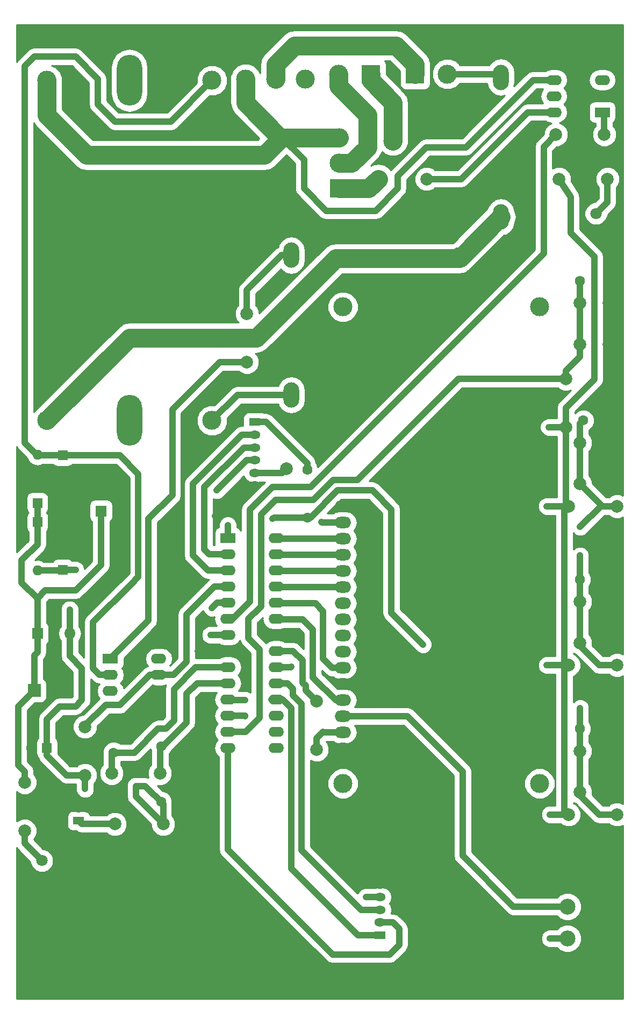
<source format=gbr>
G04 #@! TF.FileFunction,Copper,L2,Bot,Signal*
%FSLAX46Y46*%
G04 Gerber Fmt 4.6, Leading zero omitted, Abs format (unit mm)*
G04 Created by KiCad (PCBNEW 4.0.7-e2-6376~58~ubuntu14.04.1) date Tue Dec 19 21:47:33 2017*
%MOMM*%
%LPD*%
G01*
G04 APERTURE LIST*
%ADD10C,0.100000*%
%ADD11O,4.000000X8.000000*%
%ADD12C,3.000000*%
%ADD13R,1.800000X1.300000*%
%ADD14O,1.800000X1.300000*%
%ADD15R,1.600000X1.600000*%
%ADD16C,1.600000*%
%ADD17R,2.000000X2.000000*%
%ADD18C,2.000000*%
%ADD19R,3.000000X3.000000*%
%ADD20O,3.000000X3.000000*%
%ADD21C,1.998980*%
%ADD22C,2.500000*%
%ADD23O,1.600000X1.600000*%
%ADD24R,2.400000X1.600000*%
%ADD25O,2.400000X1.600000*%
%ADD26R,1.800000X1.800000*%
%ADD27O,1.800000X1.800000*%
%ADD28O,2.500000X4.000000*%
%ADD29C,1.800000*%
%ADD30O,2.600000X1.800000*%
%ADD31C,2.997200*%
%ADD32C,1.000000*%
%ADD33C,1.000000*%
%ADD34C,3.000000*%
%ADD35C,0.254000*%
G04 APERTURE END LIST*
D10*
D11*
X18750000Y92000000D03*
D12*
X5750000Y92000000D03*
X5750000Y145500000D03*
X31750000Y145500000D03*
X31750000Y92000000D03*
D11*
X18750000Y145500000D03*
D13*
X38500000Y91750000D03*
D14*
X38500000Y89750000D03*
X38500000Y87750000D03*
X38500000Y85750000D03*
X38500000Y83750000D03*
X38500000Y81750000D03*
D15*
X5750000Y40500000D03*
D16*
X3250000Y40500000D03*
D17*
X3750000Y49500000D03*
D18*
X8750000Y49500000D03*
D19*
X56750000Y146500000D03*
D12*
X51670000Y146500000D03*
D19*
X51750000Y128500000D03*
D20*
X51750000Y132500000D03*
X51750000Y136500000D03*
D19*
X63750000Y146500000D03*
D12*
X68830000Y146500000D03*
D21*
X93560000Y137000000D03*
X85940000Y137000000D03*
X87940000Y30000000D03*
X95560000Y30000000D03*
X86440000Y130000000D03*
X94060000Y130000000D03*
X57940000Y130000000D03*
X65560000Y130000000D03*
X11750000Y36190000D03*
X11750000Y43810000D03*
X37250000Y108810000D03*
X37250000Y101190000D03*
X87940000Y78500000D03*
X95560000Y78500000D03*
X87940000Y53500000D03*
X95560000Y53500000D03*
X87500000Y90940000D03*
X87500000Y98560000D03*
X2250000Y35060000D03*
X2250000Y27440000D03*
X43500000Y84440000D03*
X43500000Y92060000D03*
X16440000Y28500000D03*
X24060000Y28500000D03*
D22*
X87750000Y20500000D03*
X87750000Y15500000D03*
X87750000Y10500000D03*
D21*
X23560000Y36500000D03*
X15940000Y36500000D03*
D18*
X94250000Y104000000D03*
X89750000Y104000000D03*
X94250000Y110500000D03*
X89750000Y110500000D03*
X94250000Y57000000D03*
X89750000Y57000000D03*
X94250000Y63500000D03*
X89750000Y63500000D03*
X94250000Y82000000D03*
X89750000Y82000000D03*
X94250000Y88500000D03*
X89750000Y88500000D03*
X89750000Y40000000D03*
X94250000Y40000000D03*
X89750000Y33500000D03*
X94250000Y33500000D03*
D15*
X4250000Y79000000D03*
D23*
X4250000Y86620000D03*
D15*
X4250000Y76000000D03*
D23*
X4250000Y68380000D03*
D15*
X8250000Y86500000D03*
D23*
X8250000Y78880000D03*
D15*
X8250000Y68500000D03*
D23*
X8250000Y76120000D03*
D24*
X15750000Y54500000D03*
D25*
X23370000Y49420000D03*
X15750000Y51960000D03*
X23370000Y51960000D03*
X15750000Y49420000D03*
X23370000Y54500000D03*
D24*
X93250000Y140500000D03*
D25*
X85630000Y145580000D03*
X93250000Y143040000D03*
X85630000Y143040000D03*
X93250000Y145580000D03*
X85630000Y140500000D03*
D26*
X4250000Y58500000D03*
D27*
X6790000Y58500000D03*
X9330000Y58500000D03*
D28*
X44250000Y118000000D03*
X44250000Y96000000D03*
X77250000Y124000000D03*
X77250000Y146000000D03*
D26*
X7500000Y22750000D03*
D29*
X4960000Y22750000D03*
D26*
X92250000Y122000000D03*
D29*
X92250000Y124540000D03*
D30*
X52358000Y40378000D03*
X52358000Y42918000D03*
X52358000Y45458000D03*
X52358000Y47998000D03*
X52358000Y50538000D03*
X52358000Y53078000D03*
X52358000Y55618000D03*
X52358000Y58158000D03*
X52358000Y60698000D03*
X52358000Y63238000D03*
X52358000Y65778000D03*
X52358000Y68318000D03*
X52358000Y70858000D03*
X52358000Y73398000D03*
X52358000Y75938000D03*
X52358000Y78478000D03*
D12*
X52358000Y34878900D03*
X83358700Y34878900D03*
X83358700Y109877480D03*
X52358000Y109877480D03*
D24*
X34250000Y73500000D03*
D25*
X41870000Y40480000D03*
X34250000Y70960000D03*
X41870000Y43020000D03*
X34250000Y68420000D03*
X41870000Y45560000D03*
X34250000Y65880000D03*
X41870000Y48100000D03*
X34250000Y63340000D03*
X41870000Y50640000D03*
X34250000Y60800000D03*
X41870000Y53180000D03*
X34250000Y58260000D03*
X41870000Y55720000D03*
X34250000Y55720000D03*
X41870000Y58260000D03*
X34250000Y53180000D03*
X41870000Y60800000D03*
X34250000Y50640000D03*
X41870000Y63340000D03*
X34250000Y48100000D03*
X41870000Y65880000D03*
X34250000Y45560000D03*
X41870000Y68420000D03*
X34250000Y43020000D03*
X41870000Y70960000D03*
X34250000Y40480000D03*
X41870000Y73500000D03*
D31*
X37051000Y145750000D03*
X41750000Y145750000D03*
X46449000Y145750000D03*
D21*
X48250000Y47810000D03*
X48250000Y40190000D03*
D13*
X10750000Y29000000D03*
D14*
X10750000Y31000000D03*
D26*
X14250000Y77750000D03*
D29*
X14250000Y81250000D03*
D16*
X46750000Y76750000D03*
X46750000Y84250000D03*
X23750000Y32000000D03*
X16250000Y32000000D03*
X16250000Y44750000D03*
X16250000Y39750000D03*
X23750000Y45750000D03*
X23750000Y40750000D03*
X89750000Y43500000D03*
X94750000Y43500000D03*
X90250000Y92000000D03*
X95250000Y92000000D03*
X89750000Y67000000D03*
X94750000Y67000000D03*
X89750000Y114000000D03*
X94750000Y114000000D03*
D13*
X58250000Y11000000D03*
D14*
X58250000Y13000000D03*
X58250000Y15000000D03*
X58250000Y17000000D03*
X58250000Y19000000D03*
D32*
X54822000Y78478000D03*
X55000000Y92250000D03*
X25250000Y77000000D03*
X32250000Y77000000D03*
X91900000Y26050000D03*
X91950000Y84800000D03*
X91900000Y36900000D03*
X92300000Y60350000D03*
X20500000Y47500000D03*
X29500000Y55750000D03*
X39750000Y58250000D03*
X36500000Y55750000D03*
X89750000Y46750000D03*
X65000000Y56750000D03*
X41250000Y76500000D03*
X34250000Y75500000D03*
X37000000Y48000000D03*
X89750000Y75250000D03*
X37000000Y45500000D03*
X89750000Y70750000D03*
X32500000Y81000000D03*
X9330000Y62250000D03*
X56000000Y17000000D03*
X49250000Y43000000D03*
X11750000Y34000000D03*
X84810000Y90940000D03*
X84500000Y78500000D03*
X84500000Y53500000D03*
X85000000Y10500000D03*
X85000000Y30000000D03*
X49000000Y76000000D03*
X31500000Y58250000D03*
X44250000Y53250000D03*
X19750000Y34500000D03*
X31750000Y62500000D03*
X10250000Y68500000D03*
X37250000Y112500000D03*
D12*
X60250000Y136000000D03*
X70750000Y117750000D03*
D33*
X54500000Y78478000D02*
X54822000Y78478000D01*
X52358000Y78478000D02*
X54500000Y78478000D01*
X38500000Y81750000D02*
X37000000Y81750000D01*
X37000000Y81750000D02*
X32250000Y77000000D01*
X91900000Y24650000D02*
X87750000Y20500000D01*
X91900000Y26050000D02*
X91900000Y24650000D01*
X92950000Y85800000D02*
X94250000Y85800000D01*
X91950000Y84800000D02*
X92950000Y85800000D01*
X94250000Y60500000D02*
X92450000Y60500000D01*
X92350000Y36450000D02*
X94250000Y36450000D01*
X91900000Y36900000D02*
X92350000Y36450000D01*
X92450000Y60500000D02*
X92300000Y60350000D01*
X34250000Y55720000D02*
X34220000Y55750000D01*
X34220000Y55750000D02*
X29500000Y55750000D01*
X20500000Y47500000D02*
X20500000Y45750000D01*
X34250000Y55720000D02*
X36470000Y55720000D01*
X39760000Y58260000D02*
X41870000Y58260000D01*
X39750000Y58250000D02*
X39760000Y58260000D01*
X36470000Y55720000D02*
X36500000Y55750000D01*
X7500000Y22750000D02*
X7500000Y29250000D01*
X9250000Y31000000D02*
X10750000Y31000000D01*
X7500000Y29250000D02*
X9250000Y31000000D01*
X16250000Y44750000D02*
X19500000Y44750000D01*
X20500000Y45750000D02*
X23750000Y45750000D01*
X19500000Y44750000D02*
X20500000Y45750000D01*
X16250000Y32000000D02*
X14250000Y32000000D01*
X13250000Y31000000D02*
X10750000Y31000000D01*
X14250000Y32000000D02*
X13250000Y31000000D01*
X3250000Y40500000D02*
X3250000Y38500000D01*
X3250000Y38500000D02*
X10750000Y31000000D01*
X8750000Y49500000D02*
X7750000Y49500000D01*
X7750000Y49500000D02*
X3250000Y45000000D01*
X3250000Y45000000D02*
X3250000Y40500000D01*
X34030000Y55500000D02*
X34250000Y55720000D01*
X23370000Y48250000D02*
X23370000Y46130000D01*
X23370000Y46130000D02*
X23750000Y45750000D01*
X23370000Y48130000D02*
X23370000Y48250000D01*
X23370000Y48250000D02*
X23370000Y49420000D01*
X8750000Y49500000D02*
X8750000Y52000000D01*
X6790000Y53960000D02*
X6790000Y58500000D01*
X8750000Y52000000D02*
X6790000Y53960000D01*
X8250000Y78880000D02*
X8250000Y76120000D01*
X95250000Y92000000D02*
X94250000Y91000000D01*
X94250000Y91000000D02*
X94250000Y85800000D01*
X94250000Y85800000D02*
X94250000Y82000000D01*
X94250000Y57000000D02*
X94250000Y60500000D01*
X94250000Y60500000D02*
X94250000Y63500000D01*
X94250000Y63500000D02*
X94250000Y66500000D01*
X94250000Y66500000D02*
X94750000Y67000000D01*
X94250000Y33500000D02*
X94250000Y36450000D01*
X94250000Y36450000D02*
X94250000Y40000000D01*
X94750000Y43500000D02*
X94250000Y43000000D01*
X94250000Y43000000D02*
X94250000Y40000000D01*
X94250000Y110500000D02*
X94250000Y104000000D01*
X94250000Y110500000D02*
X94250000Y113500000D01*
X94250000Y113500000D02*
X94750000Y114000000D01*
X15940000Y36500000D02*
X15940000Y39440000D01*
X15940000Y39440000D02*
X16250000Y39750000D01*
X16250000Y39750000D02*
X19500000Y39750000D01*
X25750000Y49737256D02*
X29192744Y53180000D01*
X29192744Y53180000D02*
X34250000Y53180000D01*
X25750000Y44750000D02*
X24500000Y43500000D01*
X25750000Y49737256D02*
X25750000Y44750000D01*
X23250000Y43500000D02*
X24500000Y43500000D01*
X19500000Y39750000D02*
X23250000Y43500000D01*
X16190000Y39690000D02*
X16250000Y39750000D01*
X23560000Y36500000D02*
X23560000Y40560000D01*
X23560000Y40560000D02*
X23750000Y40750000D01*
X24012744Y40750000D02*
X27750000Y44487256D01*
X29390000Y50640000D02*
X34250000Y50640000D01*
X27750000Y49000000D02*
X29390000Y50640000D01*
X27750000Y44487256D02*
X27750000Y49000000D01*
X23750000Y40750000D02*
X24012744Y40750000D01*
X23500000Y36560000D02*
X23560000Y36500000D01*
X34250000Y50640000D02*
X33240002Y50640000D01*
X51500000Y81000000D02*
X57000000Y81000000D01*
X47250000Y76750000D02*
X51500000Y81000000D01*
X57000000Y81000000D02*
X57250000Y80750000D01*
X46750000Y76750000D02*
X47250000Y76750000D01*
X89750000Y43500000D02*
X89750000Y46750000D01*
X60000000Y78000000D02*
X57250000Y80750000D01*
X60000000Y61750000D02*
X60000000Y78000000D01*
X65000000Y56750000D02*
X60000000Y61750000D01*
X46750000Y76750000D02*
X46750000Y76750000D01*
X41500000Y76750000D02*
X46750000Y76750000D01*
X34250000Y73500000D02*
X34250000Y75500000D01*
X89750000Y40000000D02*
X89750000Y43500000D01*
X89750000Y40000000D02*
X89750000Y33500000D01*
X95560000Y30000000D02*
X92750000Y30000000D01*
X92750000Y30000000D02*
X89750000Y33000000D01*
X89750000Y33000000D02*
X89750000Y33500000D01*
X89750000Y33000000D02*
X89750000Y33500000D01*
X41250000Y76500000D02*
X41500000Y76750000D01*
X34250000Y48100000D02*
X34350000Y48000000D01*
X34350000Y48000000D02*
X37000000Y48000000D01*
X89750000Y75250000D02*
X93000000Y78500000D01*
X93000000Y78500000D02*
X94250000Y78500000D01*
X95560000Y78500000D02*
X94250000Y78500000D01*
X94250000Y78500000D02*
X93250000Y78500000D01*
X93250000Y78500000D02*
X89750000Y82000000D01*
X89750000Y88500000D02*
X89750000Y82000000D01*
X89750000Y88500000D02*
X89750000Y91500000D01*
X89750000Y91500000D02*
X90250000Y92000000D01*
X36940000Y45560000D02*
X37000000Y45500000D01*
X36940000Y45560000D02*
X34250000Y45560000D01*
X89750000Y67000000D02*
X89750000Y70750000D01*
X34250000Y45560000D02*
X34940000Y45560000D01*
X89750000Y63500000D02*
X89750000Y67000000D01*
X89750000Y57000000D02*
X89750000Y63500000D01*
X89250000Y57000000D02*
X92750000Y53500000D01*
X92750000Y53500000D02*
X95560000Y53500000D01*
X54649998Y82600002D02*
X70609996Y98560000D01*
X47737256Y79500000D02*
X50837258Y82600002D01*
X50837258Y82600002D02*
X54649998Y82600002D01*
X39500000Y62750000D02*
X39500000Y77250000D01*
X39500000Y77250000D02*
X41750000Y79500000D01*
X39250000Y45250000D02*
X39250000Y56000000D01*
X37020000Y43020000D02*
X39250000Y45250000D01*
X34250000Y43020000D02*
X37020000Y43020000D01*
X37500000Y60750000D02*
X39250000Y62500000D01*
X37500000Y57750000D02*
X37500000Y60750000D01*
X39250000Y56000000D02*
X37500000Y57750000D01*
X39250000Y62500000D02*
X39500000Y62750000D01*
X41750000Y79500000D02*
X47737256Y79500000D01*
X70609996Y98560000D02*
X87500000Y98560000D01*
X87500000Y98560000D02*
X87500000Y99810000D01*
X89750000Y102060000D02*
X89750000Y104000000D01*
X87500000Y99810000D02*
X89750000Y102060000D01*
X34250000Y43020000D02*
X35270000Y43020000D01*
X89750000Y110500000D02*
X89750000Y104000000D01*
X89750000Y114000000D02*
X89750000Y110500000D01*
X14250000Y77750000D02*
X14250000Y69250000D01*
X5500000Y65250000D02*
X4250000Y64000000D01*
X10250000Y65250000D02*
X5500000Y65250000D01*
X14250000Y69250000D02*
X10250000Y65250000D01*
X2250000Y35060000D02*
X2250000Y36750000D01*
X1250000Y47000000D02*
X3750000Y49500000D01*
X1250000Y37750000D02*
X1250000Y47000000D01*
X2250000Y36750000D02*
X1250000Y37750000D01*
X3750000Y49500000D02*
X3750000Y55000000D01*
X4250000Y55500000D02*
X4250000Y58500000D01*
X3750000Y55000000D02*
X4250000Y55500000D01*
X4250000Y58500000D02*
X4250000Y64000000D01*
X4250000Y72500000D02*
X4250000Y76000000D01*
X1750000Y70000000D02*
X4250000Y72500000D01*
X1750000Y66500000D02*
X1750000Y70000000D01*
X4250000Y64000000D02*
X1750000Y66500000D01*
X4250000Y79000000D02*
X4250000Y76000000D01*
X38500000Y85750000D02*
X37250000Y85750000D01*
X37250000Y85750000D02*
X32500000Y81000000D01*
X92000000Y117750000D02*
X88250000Y121500000D01*
X87500000Y94000000D02*
X92000000Y98500000D01*
X92000000Y98500000D02*
X92000000Y117750000D01*
X87500000Y90940000D02*
X87500000Y94000000D01*
X88250000Y127190000D02*
X86440000Y130000000D01*
X88250000Y121500000D02*
X88250000Y127190000D01*
X58250000Y17000000D02*
X56000000Y17000000D01*
X11750000Y36190000D02*
X11750000Y34000000D01*
X48250000Y40190000D02*
X48250000Y42000000D01*
X49332000Y42918000D02*
X49250000Y43000000D01*
X49332000Y42918000D02*
X52358000Y42918000D01*
X48250000Y42000000D02*
X49250000Y43000000D01*
X87500000Y90940000D02*
X84810000Y90940000D01*
X87940000Y78500000D02*
X84500000Y78500000D01*
X87940000Y53500000D02*
X84500000Y53500000D01*
X87750000Y10500000D02*
X85000000Y10500000D01*
X87940000Y30000000D02*
X85000000Y30000000D01*
X52358000Y75938000D02*
X49062000Y75938000D01*
X49062000Y75938000D02*
X49000000Y76000000D01*
X9330000Y58500000D02*
X9330000Y62250000D01*
X9330000Y62250000D02*
X9330000Y61920000D01*
X34250000Y58260000D02*
X31510000Y58260000D01*
X31510000Y58260000D02*
X31500000Y58250000D01*
X41870000Y53180000D02*
X44180000Y53180000D01*
X44180000Y53180000D02*
X44250000Y53250000D01*
X11750000Y36190000D02*
X8810000Y36190000D01*
X5750000Y39250000D02*
X5750000Y40500000D01*
X8810000Y36190000D02*
X5750000Y39250000D01*
X87500000Y90940000D02*
X87500000Y78940000D01*
X87500000Y78940000D02*
X87940000Y78500000D01*
X9330000Y58500000D02*
X9330000Y54920000D01*
X9330000Y54920000D02*
X11250000Y53000000D01*
X11250000Y53000000D02*
X11250000Y48000000D01*
X11250000Y48000000D02*
X10250000Y47000000D01*
X10250000Y47000000D02*
X7750000Y47000000D01*
X7750000Y47000000D02*
X5750000Y45000000D01*
X5750000Y45000000D02*
X5750000Y40500000D01*
X87250000Y52000000D02*
X87250000Y77810000D01*
X87250000Y77810000D02*
X87940000Y78500000D01*
X87940000Y30000000D02*
X87250000Y30690000D01*
X87250000Y30690000D02*
X87250000Y52000000D01*
X87250000Y52000000D02*
X87250000Y52810000D01*
X87250000Y52810000D02*
X87940000Y53500000D01*
X34250000Y63340000D02*
X32590000Y63340000D01*
X32590000Y63340000D02*
X31750000Y62500000D01*
X24060000Y28500000D02*
X24060000Y31690000D01*
X24060000Y31690000D02*
X21250000Y34500000D01*
X21250000Y34500000D02*
X19750000Y34500000D01*
X19750000Y34500000D02*
X19750000Y32810000D01*
X19750000Y32810000D02*
X24060000Y28500000D01*
X24060000Y31690000D02*
X23750000Y32000000D01*
X46750000Y84250000D02*
X46750000Y85250000D01*
X40250000Y91750000D02*
X38500000Y91750000D01*
X46750000Y85250000D02*
X40250000Y91750000D01*
X94060000Y130000000D02*
X94060000Y126350000D01*
X94060000Y126350000D02*
X92250000Y124540000D01*
X2250000Y27440000D02*
X2250000Y25460000D01*
X2250000Y25460000D02*
X4960000Y22750000D01*
X8250000Y68500000D02*
X10250000Y68500000D01*
X37250000Y108810000D02*
X37250000Y112500000D01*
X42750000Y118000000D02*
X44250000Y118000000D01*
X37250000Y112500000D02*
X42750000Y118000000D01*
X37440000Y109000000D02*
X37250000Y108810000D01*
X4250000Y68380000D02*
X8130000Y68380000D01*
X8130000Y68380000D02*
X8250000Y68500000D01*
X20149998Y73500000D02*
X20149998Y83600002D01*
X17250000Y86500000D02*
X8250000Y86500000D01*
X20149998Y83600002D02*
X17250000Y86500000D01*
X19000000Y66250000D02*
X20149998Y67399998D01*
X14040000Y51960000D02*
X13000000Y53000000D01*
X13000000Y53000000D02*
X13000000Y60250000D01*
X13000000Y60250000D02*
X19000000Y66250000D01*
X15750000Y51960000D02*
X14040000Y51960000D01*
X20149998Y67399998D02*
X20149998Y73500000D01*
X20149998Y73500000D02*
X20149998Y73500000D01*
X2250000Y125250000D02*
X2250000Y147750000D01*
X25250000Y139000000D02*
X31750000Y145500000D01*
X16500000Y139000000D02*
X25250000Y139000000D01*
X13750000Y141750000D02*
X16500000Y139000000D01*
X13750000Y145750000D02*
X13750000Y141750000D01*
X10250000Y149250000D02*
X13750000Y145750000D01*
X3750000Y149250000D02*
X10250000Y149250000D01*
X2250000Y147750000D02*
X3750000Y149250000D01*
X4250000Y86620000D02*
X4130000Y86620000D01*
X4130000Y86620000D02*
X2250000Y88500000D01*
X2250000Y88500000D02*
X2250000Y125250000D01*
X2250000Y125250000D02*
X2250000Y125500000D01*
X8250000Y86500000D02*
X4370000Y86500000D01*
X4370000Y86500000D02*
X4250000Y86620000D01*
X52358000Y45458000D02*
X62542000Y45458000D01*
X79250000Y15500000D02*
X87750000Y15500000D01*
X71250000Y23500000D02*
X79250000Y15500000D01*
X71250000Y36750000D02*
X71250000Y23500000D01*
X62542000Y45458000D02*
X71250000Y36750000D01*
X52358000Y47998000D02*
X51252000Y47998000D01*
X51252000Y47998000D02*
X47649998Y51600002D01*
X47649998Y51600002D02*
X47649998Y59100002D01*
X47649998Y59100002D02*
X46052000Y60698000D01*
X46052000Y60698000D02*
X41972000Y60698000D01*
X41972000Y60698000D02*
X41870000Y60800000D01*
X48012000Y63238000D02*
X41972000Y63238000D01*
X41972000Y63238000D02*
X41870000Y63340000D01*
X52358000Y53078000D02*
X50672000Y53078000D01*
X49250000Y62000000D02*
X48012000Y63238000D01*
X49250000Y54500000D02*
X49250000Y62000000D01*
X50672000Y53078000D02*
X49250000Y54500000D01*
X52358000Y65778000D02*
X41972000Y65778000D01*
X41972000Y65778000D02*
X41870000Y65880000D01*
X52358000Y68318000D02*
X41972000Y68318000D01*
X41972000Y68318000D02*
X41870000Y68420000D01*
X52358000Y70858000D02*
X41972000Y70858000D01*
X41972000Y70858000D02*
X41870000Y70960000D01*
X52358000Y73398000D02*
X41972000Y73398000D01*
X41972000Y73398000D02*
X41870000Y73500000D01*
D34*
X56750000Y146500000D02*
X56750000Y145500000D01*
X56750000Y145500000D02*
X60250000Y142000000D01*
X60250000Y142000000D02*
X60250000Y136000000D01*
X70750000Y117750000D02*
X70875000Y117625000D01*
X70750000Y117500000D02*
X70875000Y117625000D01*
X70875000Y117625000D02*
X77250000Y124000000D01*
X5750000Y92000000D02*
X18750000Y105000000D01*
X51250000Y117500000D02*
X70750000Y117500000D01*
X38750000Y105000000D02*
X51250000Y117500000D01*
X18750000Y105000000D02*
X38750000Y105000000D01*
D33*
X77250000Y146000000D02*
X76750000Y146500000D01*
X76750000Y146500000D02*
X68830000Y146500000D01*
X31750000Y92000000D02*
X35750000Y96000000D01*
X38750000Y96000000D02*
X44250000Y96000000D01*
X35750000Y96000000D02*
X38750000Y96000000D01*
X44250000Y96000000D02*
X44500000Y95250000D01*
X31290000Y70960000D02*
X30500000Y71750000D01*
X34250000Y70960000D02*
X31290000Y70960000D01*
X36750000Y87750000D02*
X38500000Y87750000D01*
X30500000Y81500000D02*
X36750000Y87750000D01*
X30500000Y71750000D02*
X30500000Y81500000D01*
X34250000Y68420000D02*
X31080000Y68420000D01*
X36487256Y89750000D02*
X38500000Y89750000D01*
X28750000Y82012744D02*
X36487256Y89750000D01*
X28750000Y70750000D02*
X28750000Y82012744D01*
X31080000Y68420000D02*
X28750000Y70750000D01*
X34250000Y68420000D02*
X33317256Y68420000D01*
X11750000Y43810000D02*
X11750000Y44000000D01*
X11750000Y44000000D02*
X15000000Y47250000D01*
X15000000Y47250000D02*
X17250000Y47250000D01*
X17250000Y47250000D02*
X21960000Y51960000D01*
X21960000Y51960000D02*
X23370000Y51960000D01*
X27750000Y54000000D02*
X27750000Y61500000D01*
X25710000Y51960000D02*
X27750000Y54000000D01*
X23370000Y51960000D02*
X25710000Y51960000D01*
X32130000Y65880000D02*
X34250000Y65880000D01*
X27750000Y61500000D02*
X32130000Y65880000D01*
X54750000Y11000000D02*
X58250000Y11000000D01*
X41870000Y48100000D02*
X42900000Y48100000D01*
X42900000Y48100000D02*
X44250000Y46750000D01*
X44250000Y21500000D02*
X54750000Y11000000D01*
X44250000Y46750000D02*
X44250000Y21500000D01*
X41870000Y48100000D02*
X41100000Y48100000D01*
X55250000Y15000000D02*
X58250000Y15000000D01*
X44506372Y49753628D02*
X44506372Y48756372D01*
X44506372Y48756372D02*
X45850002Y47412742D01*
X45850002Y47412742D02*
X45850002Y24399998D01*
X45850002Y24399998D02*
X55250000Y15000000D01*
X43620000Y50640000D02*
X41870000Y50640000D01*
X43620000Y50640000D02*
X44506372Y49753628D01*
X50000000Y84250000D02*
X84000000Y118250000D01*
X47250000Y81500000D02*
X50000000Y84250000D01*
X35050000Y60800000D02*
X37750000Y63500000D01*
X41250000Y81500000D02*
X45500000Y81500000D01*
X37750000Y78000000D02*
X41250000Y81500000D01*
X37750000Y63500000D02*
X37750000Y78000000D01*
X45500000Y81500000D02*
X47250000Y81500000D01*
X84000000Y135060000D02*
X85940000Y137000000D01*
X84000000Y118250000D02*
X84000000Y135060000D01*
X34250000Y60800000D02*
X35050000Y60800000D01*
X34250000Y60800000D02*
X34800000Y60800000D01*
X60250000Y13000000D02*
X58250000Y13000000D01*
X34250000Y24500000D02*
X50750000Y8000000D01*
X50750000Y8000000D02*
X59750000Y8000000D01*
X59750000Y8000000D02*
X61250000Y9500000D01*
X61250000Y9500000D02*
X61250000Y12000000D01*
X61250000Y12000000D02*
X60250000Y13000000D01*
X34250000Y24500000D02*
X34250000Y40480000D01*
D34*
X51670000Y146500000D02*
X51670000Y144580000D01*
X53750000Y132500000D02*
X51750000Y132500000D01*
X56250000Y135000000D02*
X53750000Y132500000D01*
X56250000Y140000000D02*
X56250000Y135000000D01*
X51670000Y144580000D02*
X56250000Y140000000D01*
X41750000Y145750000D02*
X41750000Y148000000D01*
X63750000Y148000000D02*
X63750000Y146500000D01*
X60750000Y151000000D02*
X63750000Y148000000D01*
X44750000Y151000000D02*
X60750000Y151000000D01*
X41750000Y148000000D02*
X44750000Y151000000D01*
D33*
X82330000Y145580000D02*
X71750000Y135000000D01*
X85630000Y145580000D02*
X82330000Y145580000D01*
X46250000Y133000000D02*
X42750000Y136500000D01*
X46250000Y128500000D02*
X46250000Y133000000D01*
X49750000Y125000000D02*
X46250000Y128500000D01*
X57500000Y125000000D02*
X49750000Y125000000D01*
X61000000Y128500000D02*
X57500000Y125000000D01*
X61000000Y130500000D02*
X61000000Y128500000D01*
X65500000Y135000000D02*
X61000000Y130500000D01*
X71750000Y135000000D02*
X65500000Y135000000D01*
D34*
X5750000Y145500000D02*
X5750000Y140000000D01*
X40000000Y133750000D02*
X42750000Y136500000D01*
X12000000Y133750000D02*
X40000000Y133750000D01*
X5750000Y140000000D02*
X12000000Y133750000D01*
X51750000Y136500000D02*
X42750000Y136500000D01*
X42750000Y136500000D02*
X42500000Y136500000D01*
X37051000Y141949000D02*
X37051000Y145750000D01*
X42500000Y136500000D02*
X37051000Y141949000D01*
D33*
X43500000Y84440000D02*
X42810000Y83750000D01*
X42810000Y83750000D02*
X38500000Y83750000D01*
X38500000Y83750000D02*
X39250000Y83750000D01*
X10750000Y29000000D02*
X11250000Y28500000D01*
X11250000Y28500000D02*
X16440000Y28500000D01*
D34*
X51750000Y128500000D02*
X56440000Y128500000D01*
X56440000Y128500000D02*
X57940000Y130000000D01*
D33*
X93560000Y137000000D02*
X93560000Y140190000D01*
X93560000Y140190000D02*
X93250000Y140500000D01*
X71000000Y130000000D02*
X81500000Y140500000D01*
X65560000Y130000000D02*
X71000000Y130000000D01*
X81500000Y140500000D02*
X85630000Y140500000D01*
X15750000Y54500000D02*
X21750000Y60500000D01*
X32940000Y101190000D02*
X37250000Y101190000D01*
X25500000Y93750000D02*
X32940000Y101190000D01*
X25500000Y80250000D02*
X25500000Y93750000D01*
X21750000Y76500000D02*
X25500000Y80250000D01*
X21750000Y60500000D02*
X21750000Y76500000D01*
X37250000Y101190000D02*
X37040002Y101190000D01*
X48250000Y47810000D02*
X46500000Y49560000D01*
X44530000Y55720000D02*
X41870000Y55720000D01*
X46000000Y54250000D02*
X44530000Y55720000D01*
X46000000Y50750000D02*
X46000000Y54250000D01*
X46500000Y50250000D02*
X46000000Y50750000D01*
X46500000Y49560000D02*
X46500000Y50250000D01*
D35*
G36*
X86407306Y96927754D02*
X87115116Y96633845D01*
X87881521Y96633176D01*
X88279561Y96797643D01*
X86490959Y95009041D01*
X86181624Y94546089D01*
X86073000Y94000000D01*
X86073000Y92367000D01*
X84811245Y92367000D01*
X84527397Y92367248D01*
X84002725Y92150457D01*
X83600953Y91749386D01*
X83383248Y91225093D01*
X83382752Y90657397D01*
X83599543Y90132725D01*
X84000614Y89730953D01*
X84524907Y89513248D01*
X85092603Y89512752D01*
X85093203Y89513000D01*
X86073000Y89513000D01*
X86073000Y79927000D01*
X84501245Y79927000D01*
X84217397Y79927248D01*
X83692725Y79710457D01*
X83290953Y79309386D01*
X83073248Y78785093D01*
X83072752Y78217397D01*
X83289543Y77692725D01*
X83690614Y77290953D01*
X84214907Y77073248D01*
X84782603Y77072752D01*
X84783203Y77073000D01*
X85823000Y77073000D01*
X85823000Y54927000D01*
X84501245Y54927000D01*
X84217397Y54927248D01*
X83692725Y54710457D01*
X83290953Y54309386D01*
X83073248Y53785093D01*
X83072752Y53217397D01*
X83289543Y52692725D01*
X83690614Y52290953D01*
X84214907Y52073248D01*
X84782603Y52072752D01*
X84783203Y52073000D01*
X85823000Y52073000D01*
X85823000Y31427000D01*
X85001245Y31427000D01*
X84717397Y31427248D01*
X84192725Y31210457D01*
X83790953Y30809386D01*
X83573248Y30285093D01*
X83572752Y29717397D01*
X83789543Y29192725D01*
X84190614Y28790953D01*
X84714907Y28573248D01*
X85282603Y28572752D01*
X85283203Y28573000D01*
X86642418Y28573000D01*
X86847306Y28367754D01*
X87555116Y28073845D01*
X88321521Y28073176D01*
X89029843Y28365849D01*
X89572246Y28907306D01*
X89866155Y29615116D01*
X89866824Y30381521D01*
X89574151Y31089843D01*
X89032694Y31632246D01*
X88677000Y31779943D01*
X88677000Y31859024D01*
X89011997Y31719921D01*
X91740959Y28990958D01*
X92203911Y28681624D01*
X92750000Y28573000D01*
X94262418Y28573000D01*
X94467306Y28367754D01*
X95175116Y28073845D01*
X95941521Y28073176D01*
X96498000Y28303109D01*
X96498000Y1002000D01*
X1002000Y1002000D01*
X1002000Y24808586D01*
X1240959Y24450959D01*
X3132833Y22559084D01*
X3132684Y22388182D01*
X3410242Y21716440D01*
X3923736Y21202048D01*
X4594993Y20923318D01*
X5321818Y20922684D01*
X5993560Y21200242D01*
X6507952Y21713736D01*
X6786682Y22384993D01*
X6787316Y23111818D01*
X6509758Y23783560D01*
X5996264Y24297952D01*
X5325007Y24576682D01*
X5151249Y24576834D01*
X3677000Y26051082D01*
X3677000Y26142418D01*
X3882246Y26347306D01*
X4176155Y27055116D01*
X4176824Y27821521D01*
X3884151Y28529843D01*
X3342694Y29072246D01*
X2634884Y29366155D01*
X1868479Y29366824D01*
X1160157Y29074151D01*
X1002000Y28916270D01*
X1002000Y29650000D01*
X8904839Y29650000D01*
X8904839Y28350000D01*
X8969478Y28006474D01*
X9172501Y27690967D01*
X9482279Y27479304D01*
X9850000Y27404839D01*
X10369845Y27404839D01*
X10703911Y27181624D01*
X11250000Y27073000D01*
X15142418Y27073000D01*
X15347306Y26867754D01*
X16055116Y26573845D01*
X16821521Y26573176D01*
X17529843Y26865849D01*
X18072246Y27407306D01*
X18366155Y28115116D01*
X18366824Y28881521D01*
X18074151Y29589843D01*
X17532694Y30132246D01*
X16824884Y30426155D01*
X16058479Y30426824D01*
X15350157Y30134151D01*
X15142644Y29927000D01*
X12543040Y29927000D01*
X12530522Y29993526D01*
X12327499Y30309033D01*
X12017721Y30520696D01*
X11650000Y30595161D01*
X9850000Y30595161D01*
X9506474Y30530522D01*
X9190967Y30327499D01*
X8979304Y30017721D01*
X8904839Y29650000D01*
X1002000Y29650000D01*
X1002000Y33583331D01*
X1157306Y33427754D01*
X1865116Y33133845D01*
X2631521Y33133176D01*
X3339843Y33425849D01*
X3882246Y33967306D01*
X4176155Y34675116D01*
X4176824Y35441521D01*
X3884151Y36149843D01*
X3677000Y36357356D01*
X3677000Y36750000D01*
X3568376Y37296089D01*
X3561539Y37306321D01*
X3259042Y37759041D01*
X2677000Y38341082D01*
X2677000Y46408918D01*
X3822921Y47554839D01*
X4750000Y47554839D01*
X5093526Y47619478D01*
X5409033Y47822501D01*
X5620696Y48132279D01*
X5695161Y48500000D01*
X5695161Y50500000D01*
X5630522Y50843526D01*
X5427499Y51159033D01*
X5177000Y51330192D01*
X5177000Y54408917D01*
X5259042Y54490959D01*
X5568376Y54953911D01*
X5677000Y55500000D01*
X5677000Y56837540D01*
X5809033Y56922501D01*
X6020696Y57232279D01*
X6095161Y57600000D01*
X6095161Y59400000D01*
X6030522Y59743526D01*
X5827499Y60059033D01*
X5677000Y60161865D01*
X5677000Y63408918D01*
X6091082Y63823000D01*
X10250000Y63823000D01*
X10796089Y63931624D01*
X11259041Y64240959D01*
X15259041Y68240958D01*
X15568376Y68703910D01*
X15586398Y68794512D01*
X15677000Y69250000D01*
X15677000Y76087540D01*
X15809033Y76172501D01*
X16020696Y76482279D01*
X16095161Y76850000D01*
X16095161Y78650000D01*
X16030522Y78993526D01*
X15827499Y79309033D01*
X15517721Y79520696D01*
X15150000Y79595161D01*
X13350000Y79595161D01*
X13006474Y79530522D01*
X12690967Y79327499D01*
X12479304Y79017721D01*
X12404839Y78650000D01*
X12404839Y76850000D01*
X12469478Y76506474D01*
X12672501Y76190967D01*
X12823000Y76088135D01*
X12823000Y69841083D01*
X11677172Y68695254D01*
X11677248Y68782603D01*
X11460457Y69307275D01*
X11059386Y69709047D01*
X10535093Y69926752D01*
X9967397Y69927248D01*
X9966797Y69927000D01*
X9748112Y69927000D01*
X9727499Y69959033D01*
X9417721Y70170696D01*
X9050000Y70245161D01*
X7450000Y70245161D01*
X7106474Y70180522D01*
X6790967Y69977499D01*
X6674470Y69807000D01*
X5213768Y69807000D01*
X4910894Y70009374D01*
X4250000Y70140834D01*
X3824224Y70056142D01*
X5259041Y71490959D01*
X5568376Y71953911D01*
X5677000Y72500000D01*
X5677000Y74501888D01*
X5709033Y74522501D01*
X5920696Y74832279D01*
X5995161Y75200000D01*
X5995161Y76800000D01*
X5930522Y77143526D01*
X5727499Y77459033D01*
X5677000Y77493538D01*
X5677000Y77501888D01*
X5709033Y77522501D01*
X5920696Y77832279D01*
X5995161Y78200000D01*
X5995161Y79800000D01*
X5930522Y80143526D01*
X5727499Y80459033D01*
X5417721Y80670696D01*
X5050000Y80745161D01*
X3450000Y80745161D01*
X3106474Y80680522D01*
X2790967Y80477499D01*
X2579304Y80167721D01*
X2504839Y79800000D01*
X2504839Y78200000D01*
X2569478Y77856474D01*
X2772501Y77540967D01*
X2823000Y77506462D01*
X2823000Y77498112D01*
X2790967Y77477499D01*
X2579304Y77167721D01*
X2504839Y76800000D01*
X2504839Y75200000D01*
X2569478Y74856474D01*
X2772501Y74540967D01*
X2823000Y74506462D01*
X2823000Y73091082D01*
X1002000Y71270082D01*
X1002000Y87848586D01*
X1240959Y87490959D01*
X2616672Y86115245D01*
X2654460Y85925272D01*
X3028827Y85364993D01*
X3589106Y84990626D01*
X4250000Y84859166D01*
X4910894Y84990626D01*
X5034175Y85073000D01*
X6751888Y85073000D01*
X6772501Y85040967D01*
X7082279Y84829304D01*
X7450000Y84754839D01*
X9050000Y84754839D01*
X9393526Y84819478D01*
X9709033Y85022501D01*
X9743538Y85073000D01*
X16658918Y85073000D01*
X18722998Y83008919D01*
X18722998Y67991081D01*
X17990961Y67259043D01*
X17990958Y67259041D01*
X11990959Y61259041D01*
X11681624Y60796089D01*
X11573000Y60250000D01*
X11573000Y54695082D01*
X10757000Y55511082D01*
X10757000Y57356763D01*
X11053721Y57800837D01*
X11192793Y58500000D01*
X11053721Y59199163D01*
X10757000Y59643237D01*
X10757000Y62248755D01*
X10757248Y62532603D01*
X10540457Y63057275D01*
X10139386Y63459047D01*
X9615093Y63676752D01*
X9047397Y63677248D01*
X8522725Y63460457D01*
X8120953Y63059386D01*
X7903248Y62535093D01*
X7902752Y61967397D01*
X7903000Y61966797D01*
X7903000Y59643237D01*
X7606279Y59199163D01*
X7467207Y58500000D01*
X7606279Y57800837D01*
X7903000Y57356763D01*
X7903000Y54920000D01*
X7995711Y54453911D01*
X8011624Y54373911D01*
X8320959Y53910959D01*
X9823000Y52408918D01*
X9823000Y48591083D01*
X9658918Y48427000D01*
X7750000Y48427000D01*
X7245402Y48326629D01*
X7203911Y48318376D01*
X6740959Y48009041D01*
X4740959Y46009041D01*
X4431624Y45546089D01*
X4323000Y45000000D01*
X4323000Y41998112D01*
X4290967Y41977499D01*
X4079304Y41667721D01*
X4004839Y41300000D01*
X4004839Y39700000D01*
X4069478Y39356474D01*
X4272501Y39040967D01*
X4379062Y38968157D01*
X4420658Y38759041D01*
X4431624Y38703911D01*
X4740959Y38240959D01*
X7800959Y35180958D01*
X8181035Y34927000D01*
X8263911Y34871624D01*
X8810000Y34763000D01*
X10323000Y34763000D01*
X10323000Y34001245D01*
X10322752Y33717397D01*
X10539543Y33192725D01*
X10940614Y32790953D01*
X11464907Y32573248D01*
X12032603Y32572752D01*
X12557275Y32789543D01*
X12959047Y33190614D01*
X13176752Y33714907D01*
X13177248Y34282603D01*
X13177000Y34283203D01*
X13177000Y34892418D01*
X13382246Y35097306D01*
X13676155Y35805116D01*
X13676824Y36571521D01*
X13384151Y37279843D01*
X12842694Y37822246D01*
X12134884Y38116155D01*
X11368479Y38116824D01*
X10660157Y37824151D01*
X10452644Y37617000D01*
X9401083Y37617000D01*
X7465341Y39552742D01*
X7495161Y39700000D01*
X7495161Y41300000D01*
X7430522Y41643526D01*
X7227499Y41959033D01*
X7177000Y41993538D01*
X7177000Y44408918D01*
X8341082Y45573000D01*
X10250000Y45573000D01*
X10796089Y45681624D01*
X11259041Y45990959D01*
X12259042Y46990959D01*
X12568376Y47453911D01*
X12677000Y48000000D01*
X12677000Y51304918D01*
X13030959Y50950959D01*
X13493911Y50641624D01*
X14017825Y50537411D01*
X13712790Y50080894D01*
X13581330Y49420000D01*
X13712790Y48759106D01*
X14029649Y48284893D01*
X13990959Y48259041D01*
X11468655Y45736737D01*
X11368479Y45736824D01*
X10660157Y45444151D01*
X10117754Y44902694D01*
X9823845Y44194884D01*
X9823176Y43428479D01*
X10115849Y42720157D01*
X10657306Y42177754D01*
X11365116Y41883845D01*
X12131521Y41883176D01*
X12839843Y42175849D01*
X13382246Y42717306D01*
X13676155Y43425116D01*
X13676577Y43908495D01*
X15591082Y45823000D01*
X17250000Y45823000D01*
X17796089Y45931624D01*
X18259041Y46240959D01*
X22363445Y50345363D01*
X22928330Y50233000D01*
X23811670Y50233000D01*
X24472564Y50364460D01*
X24496518Y50380466D01*
X24431624Y50283345D01*
X24323000Y49737256D01*
X24323000Y45341082D01*
X23908918Y44927000D01*
X23250000Y44927000D01*
X22703911Y44818376D01*
X22240959Y44509041D01*
X18908918Y41177000D01*
X17265707Y41177000D01*
X17229544Y41213226D01*
X16595029Y41476700D01*
X15907986Y41477299D01*
X15273011Y41214933D01*
X14786774Y40729544D01*
X14523300Y40095029D01*
X14522772Y39489126D01*
X14513000Y39440000D01*
X14513000Y37797582D01*
X14307754Y37592694D01*
X14013845Y36884884D01*
X14013176Y36118479D01*
X14305849Y35410157D01*
X14847306Y34867754D01*
X15555116Y34573845D01*
X16321521Y34573176D01*
X17029843Y34865849D01*
X17572246Y35407306D01*
X17866155Y36115116D01*
X17866824Y36881521D01*
X17574151Y37589843D01*
X17367000Y37797356D01*
X17367000Y38323000D01*
X19500000Y38323000D01*
X20046089Y38431624D01*
X20509041Y38740959D01*
X22067543Y40299461D01*
X22133000Y40141042D01*
X22133000Y37797582D01*
X21927754Y37592694D01*
X21633845Y36884884D01*
X21633176Y36118479D01*
X21753692Y35826809D01*
X21250000Y35927000D01*
X19751245Y35927000D01*
X19467397Y35927248D01*
X18942725Y35710457D01*
X18540953Y35309386D01*
X18323248Y34785093D01*
X18322752Y34217397D01*
X18323000Y34216797D01*
X18323000Y32810000D01*
X18415489Y32345029D01*
X18431624Y32263911D01*
X18740959Y31800959D01*
X22133429Y28408488D01*
X22133176Y28118479D01*
X22425849Y27410157D01*
X22967306Y26867754D01*
X23675116Y26573845D01*
X24441521Y26573176D01*
X25149843Y26865849D01*
X25692246Y27407306D01*
X25986155Y28115116D01*
X25986824Y28881521D01*
X25694151Y29589843D01*
X25487000Y29797356D01*
X25487000Y31690000D01*
X25476775Y31741403D01*
X25477299Y32342014D01*
X25214933Y32976989D01*
X24729544Y33463226D01*
X24095029Y33726700D01*
X24041335Y33726747D01*
X23194254Y34573828D01*
X23941521Y34573176D01*
X24649843Y34865849D01*
X25192246Y35407306D01*
X25486155Y36115116D01*
X25486824Y36881521D01*
X25194151Y37589843D01*
X24987000Y37797356D01*
X24987000Y39544625D01*
X25213226Y39770456D01*
X25328221Y40047395D01*
X28759041Y43478215D01*
X29068376Y43941167D01*
X29094599Y44073000D01*
X29177000Y44487256D01*
X29177000Y48408918D01*
X29981083Y49213000D01*
X32514878Y49213000D01*
X32212790Y48760894D01*
X32081330Y48100000D01*
X32212790Y47439106D01*
X32587157Y46878827D01*
X32660232Y46830000D01*
X32587157Y46781173D01*
X32212790Y46220894D01*
X32081330Y45560000D01*
X32212790Y44899106D01*
X32587157Y44338827D01*
X32660232Y44290000D01*
X32587157Y44241173D01*
X32212790Y43680894D01*
X32081330Y43020000D01*
X32212790Y42359106D01*
X32587157Y41798827D01*
X32660232Y41750000D01*
X32587157Y41701173D01*
X32212790Y41140894D01*
X32081330Y40480000D01*
X32212790Y39819106D01*
X32587157Y39258827D01*
X32823000Y39101242D01*
X32823000Y24500000D01*
X32894286Y24141624D01*
X32931624Y23953911D01*
X33240959Y23490959D01*
X49740959Y6990958D01*
X50203911Y6681624D01*
X50750000Y6573000D01*
X59750000Y6573000D01*
X60296089Y6681624D01*
X60759041Y6990959D01*
X62259041Y8490958D01*
X62568376Y8953910D01*
X62613671Y9181624D01*
X62677000Y9500000D01*
X62677000Y10217397D01*
X83572752Y10217397D01*
X83789543Y9692725D01*
X84190614Y9290953D01*
X84714907Y9073248D01*
X85282603Y9072752D01*
X85283203Y9073000D01*
X86098452Y9073000D01*
X86515218Y8655505D01*
X87315068Y8323379D01*
X88181132Y8322623D01*
X88981560Y8653353D01*
X89594495Y9265218D01*
X89926621Y10065068D01*
X89927377Y10931132D01*
X89596647Y11731560D01*
X88984782Y12344495D01*
X88184932Y12676621D01*
X87318868Y12677377D01*
X86518440Y12346647D01*
X86098059Y11927000D01*
X85001245Y11927000D01*
X84717397Y11927248D01*
X84192725Y11710457D01*
X83790953Y11309386D01*
X83573248Y10785093D01*
X83572752Y10217397D01*
X62677000Y10217397D01*
X62677000Y12000000D01*
X62568376Y12546089D01*
X62480652Y12677377D01*
X62259042Y13009041D01*
X61259041Y14009041D01*
X60796089Y14318376D01*
X60250000Y14427000D01*
X59998816Y14427000D01*
X60112793Y15000000D01*
X59992751Y15603492D01*
X59727812Y16000000D01*
X59992751Y16396508D01*
X60112793Y17000000D01*
X59992751Y17603492D01*
X59650900Y18115107D01*
X59139285Y18456958D01*
X58535793Y18577000D01*
X57964207Y18577000D01*
X57360715Y18456958D01*
X57315880Y18427000D01*
X56001245Y18427000D01*
X55717397Y18427248D01*
X55192725Y18210457D01*
X54790953Y17809386D01*
X54693468Y17574615D01*
X47277002Y24991080D01*
X47277002Y34398258D01*
X49930579Y34398258D01*
X50299290Y33505911D01*
X50981420Y32822589D01*
X51873122Y32452322D01*
X52838642Y32451479D01*
X53730989Y32820190D01*
X54414311Y33502320D01*
X54784578Y34394022D01*
X54785421Y35359542D01*
X54416710Y36251889D01*
X53734580Y36935211D01*
X52842878Y37305478D01*
X51877358Y37306321D01*
X50985011Y36937610D01*
X50301689Y36255480D01*
X49931422Y35363778D01*
X49930579Y34398258D01*
X47277002Y34398258D01*
X47277002Y38508052D01*
X47865116Y38263845D01*
X48631521Y38263176D01*
X49339843Y38555849D01*
X49882246Y39097306D01*
X50176155Y39805116D01*
X50176824Y40571521D01*
X49884151Y41279843D01*
X49716185Y41448103D01*
X49759083Y41491000D01*
X50824701Y41491000D01*
X51215207Y41230072D01*
X51914370Y41091000D01*
X52801630Y41091000D01*
X53500793Y41230072D01*
X54093514Y41626116D01*
X54489558Y42218837D01*
X54628630Y42918000D01*
X54489558Y43617163D01*
X54213041Y44031000D01*
X61950918Y44031000D01*
X69823000Y36158917D01*
X69823000Y23500000D01*
X69906221Y23081622D01*
X69931624Y22953911D01*
X70240959Y22490959D01*
X78240958Y14490959D01*
X78499247Y14318376D01*
X78703911Y14181624D01*
X79250000Y14073000D01*
X86098452Y14073000D01*
X86515218Y13655505D01*
X87315068Y13323379D01*
X88181132Y13322623D01*
X88981560Y13653353D01*
X89594495Y14265218D01*
X89926621Y15065068D01*
X89927377Y15931132D01*
X89596647Y16731560D01*
X88984782Y17344495D01*
X88184932Y17676621D01*
X87318868Y17677377D01*
X86518440Y17346647D01*
X86098059Y16927000D01*
X79841083Y16927000D01*
X72677000Y24091082D01*
X72677000Y34398258D01*
X80931279Y34398258D01*
X81299990Y33505911D01*
X81982120Y32822589D01*
X82873822Y32452322D01*
X83839342Y32451479D01*
X84731689Y32820190D01*
X85415011Y33502320D01*
X85785278Y34394022D01*
X85786121Y35359542D01*
X85417410Y36251889D01*
X84735280Y36935211D01*
X83843578Y37305478D01*
X82878058Y37306321D01*
X81985711Y36937610D01*
X81302389Y36255480D01*
X80932122Y35363778D01*
X80931279Y34398258D01*
X72677000Y34398258D01*
X72677000Y36750000D01*
X72568376Y37296089D01*
X72561539Y37306321D01*
X72259042Y37759041D01*
X63551041Y46467041D01*
X63088089Y46776376D01*
X63063973Y46781173D01*
X62542000Y46885000D01*
X54213041Y46885000D01*
X54489558Y47298837D01*
X54628630Y47998000D01*
X54489558Y48697163D01*
X54093514Y49289884D01*
X53500793Y49685928D01*
X52801630Y49825000D01*
X51914370Y49825000D01*
X51521274Y49746808D01*
X49076998Y52191084D01*
X49076998Y52654919D01*
X49662959Y52068958D01*
X49964083Y51867754D01*
X50125911Y51759624D01*
X50672000Y51651000D01*
X50824701Y51651000D01*
X51215207Y51390072D01*
X51914370Y51251000D01*
X52801630Y51251000D01*
X53500793Y51390072D01*
X54093514Y51786116D01*
X54489558Y52378837D01*
X54628630Y53078000D01*
X54489558Y53777163D01*
X54108136Y54348000D01*
X54489558Y54918837D01*
X54628630Y55618000D01*
X54489558Y56317163D01*
X54108136Y56888000D01*
X54489558Y57458837D01*
X54628630Y58158000D01*
X54489558Y58857163D01*
X54108136Y59428000D01*
X54489558Y59998837D01*
X54628630Y60698000D01*
X54489558Y61397163D01*
X54108136Y61968000D01*
X54489558Y62538837D01*
X54628630Y63238000D01*
X54489558Y63937163D01*
X54108136Y64508000D01*
X54489558Y65078837D01*
X54628630Y65778000D01*
X54489558Y66477163D01*
X54108136Y67048000D01*
X54489558Y67618837D01*
X54628630Y68318000D01*
X54489558Y69017163D01*
X54108136Y69588000D01*
X54489558Y70158837D01*
X54628630Y70858000D01*
X54489558Y71557163D01*
X54108136Y72128000D01*
X54489558Y72698837D01*
X54628630Y73398000D01*
X54489558Y74097163D01*
X54108136Y74668000D01*
X54489558Y75238837D01*
X54628630Y75938000D01*
X54489558Y76637163D01*
X54093514Y77229884D01*
X53500793Y77625928D01*
X52801630Y77765000D01*
X51914370Y77765000D01*
X51215207Y77625928D01*
X50824701Y77365000D01*
X49883082Y77365000D01*
X52091083Y79573000D01*
X56408918Y79573000D01*
X58573000Y77408917D01*
X58573000Y61750000D01*
X58643184Y61397163D01*
X58681624Y61203911D01*
X58990959Y60740959D01*
X63990365Y55741552D01*
X64190614Y55540953D01*
X64714907Y55323248D01*
X65282603Y55322752D01*
X65807275Y55539543D01*
X66209047Y55940614D01*
X66426752Y56464907D01*
X66427248Y57032603D01*
X66210457Y57557275D01*
X65809386Y57959047D01*
X65808787Y57959296D01*
X61427000Y62341082D01*
X61427000Y78000000D01*
X61318376Y78546089D01*
X61318376Y78546090D01*
X61009041Y79009042D01*
X58259043Y81759039D01*
X58259041Y81759042D01*
X58009041Y82009041D01*
X57546089Y82318376D01*
X57000000Y82427000D01*
X56495078Y82427000D01*
X71201079Y97133000D01*
X86202418Y97133000D01*
X86407306Y96927754D01*
X86407306Y96927754D01*
G37*
X86407306Y96927754D02*
X87115116Y96633845D01*
X87881521Y96633176D01*
X88279561Y96797643D01*
X86490959Y95009041D01*
X86181624Y94546089D01*
X86073000Y94000000D01*
X86073000Y92367000D01*
X84811245Y92367000D01*
X84527397Y92367248D01*
X84002725Y92150457D01*
X83600953Y91749386D01*
X83383248Y91225093D01*
X83382752Y90657397D01*
X83599543Y90132725D01*
X84000614Y89730953D01*
X84524907Y89513248D01*
X85092603Y89512752D01*
X85093203Y89513000D01*
X86073000Y89513000D01*
X86073000Y79927000D01*
X84501245Y79927000D01*
X84217397Y79927248D01*
X83692725Y79710457D01*
X83290953Y79309386D01*
X83073248Y78785093D01*
X83072752Y78217397D01*
X83289543Y77692725D01*
X83690614Y77290953D01*
X84214907Y77073248D01*
X84782603Y77072752D01*
X84783203Y77073000D01*
X85823000Y77073000D01*
X85823000Y54927000D01*
X84501245Y54927000D01*
X84217397Y54927248D01*
X83692725Y54710457D01*
X83290953Y54309386D01*
X83073248Y53785093D01*
X83072752Y53217397D01*
X83289543Y52692725D01*
X83690614Y52290953D01*
X84214907Y52073248D01*
X84782603Y52072752D01*
X84783203Y52073000D01*
X85823000Y52073000D01*
X85823000Y31427000D01*
X85001245Y31427000D01*
X84717397Y31427248D01*
X84192725Y31210457D01*
X83790953Y30809386D01*
X83573248Y30285093D01*
X83572752Y29717397D01*
X83789543Y29192725D01*
X84190614Y28790953D01*
X84714907Y28573248D01*
X85282603Y28572752D01*
X85283203Y28573000D01*
X86642418Y28573000D01*
X86847306Y28367754D01*
X87555116Y28073845D01*
X88321521Y28073176D01*
X89029843Y28365849D01*
X89572246Y28907306D01*
X89866155Y29615116D01*
X89866824Y30381521D01*
X89574151Y31089843D01*
X89032694Y31632246D01*
X88677000Y31779943D01*
X88677000Y31859024D01*
X89011997Y31719921D01*
X91740959Y28990958D01*
X92203911Y28681624D01*
X92750000Y28573000D01*
X94262418Y28573000D01*
X94467306Y28367754D01*
X95175116Y28073845D01*
X95941521Y28073176D01*
X96498000Y28303109D01*
X96498000Y1002000D01*
X1002000Y1002000D01*
X1002000Y24808586D01*
X1240959Y24450959D01*
X3132833Y22559084D01*
X3132684Y22388182D01*
X3410242Y21716440D01*
X3923736Y21202048D01*
X4594993Y20923318D01*
X5321818Y20922684D01*
X5993560Y21200242D01*
X6507952Y21713736D01*
X6786682Y22384993D01*
X6787316Y23111818D01*
X6509758Y23783560D01*
X5996264Y24297952D01*
X5325007Y24576682D01*
X5151249Y24576834D01*
X3677000Y26051082D01*
X3677000Y26142418D01*
X3882246Y26347306D01*
X4176155Y27055116D01*
X4176824Y27821521D01*
X3884151Y28529843D01*
X3342694Y29072246D01*
X2634884Y29366155D01*
X1868479Y29366824D01*
X1160157Y29074151D01*
X1002000Y28916270D01*
X1002000Y29650000D01*
X8904839Y29650000D01*
X8904839Y28350000D01*
X8969478Y28006474D01*
X9172501Y27690967D01*
X9482279Y27479304D01*
X9850000Y27404839D01*
X10369845Y27404839D01*
X10703911Y27181624D01*
X11250000Y27073000D01*
X15142418Y27073000D01*
X15347306Y26867754D01*
X16055116Y26573845D01*
X16821521Y26573176D01*
X17529843Y26865849D01*
X18072246Y27407306D01*
X18366155Y28115116D01*
X18366824Y28881521D01*
X18074151Y29589843D01*
X17532694Y30132246D01*
X16824884Y30426155D01*
X16058479Y30426824D01*
X15350157Y30134151D01*
X15142644Y29927000D01*
X12543040Y29927000D01*
X12530522Y29993526D01*
X12327499Y30309033D01*
X12017721Y30520696D01*
X11650000Y30595161D01*
X9850000Y30595161D01*
X9506474Y30530522D01*
X9190967Y30327499D01*
X8979304Y30017721D01*
X8904839Y29650000D01*
X1002000Y29650000D01*
X1002000Y33583331D01*
X1157306Y33427754D01*
X1865116Y33133845D01*
X2631521Y33133176D01*
X3339843Y33425849D01*
X3882246Y33967306D01*
X4176155Y34675116D01*
X4176824Y35441521D01*
X3884151Y36149843D01*
X3677000Y36357356D01*
X3677000Y36750000D01*
X3568376Y37296089D01*
X3561539Y37306321D01*
X3259042Y37759041D01*
X2677000Y38341082D01*
X2677000Y46408918D01*
X3822921Y47554839D01*
X4750000Y47554839D01*
X5093526Y47619478D01*
X5409033Y47822501D01*
X5620696Y48132279D01*
X5695161Y48500000D01*
X5695161Y50500000D01*
X5630522Y50843526D01*
X5427499Y51159033D01*
X5177000Y51330192D01*
X5177000Y54408917D01*
X5259042Y54490959D01*
X5568376Y54953911D01*
X5677000Y55500000D01*
X5677000Y56837540D01*
X5809033Y56922501D01*
X6020696Y57232279D01*
X6095161Y57600000D01*
X6095161Y59400000D01*
X6030522Y59743526D01*
X5827499Y60059033D01*
X5677000Y60161865D01*
X5677000Y63408918D01*
X6091082Y63823000D01*
X10250000Y63823000D01*
X10796089Y63931624D01*
X11259041Y64240959D01*
X15259041Y68240958D01*
X15568376Y68703910D01*
X15586398Y68794512D01*
X15677000Y69250000D01*
X15677000Y76087540D01*
X15809033Y76172501D01*
X16020696Y76482279D01*
X16095161Y76850000D01*
X16095161Y78650000D01*
X16030522Y78993526D01*
X15827499Y79309033D01*
X15517721Y79520696D01*
X15150000Y79595161D01*
X13350000Y79595161D01*
X13006474Y79530522D01*
X12690967Y79327499D01*
X12479304Y79017721D01*
X12404839Y78650000D01*
X12404839Y76850000D01*
X12469478Y76506474D01*
X12672501Y76190967D01*
X12823000Y76088135D01*
X12823000Y69841083D01*
X11677172Y68695254D01*
X11677248Y68782603D01*
X11460457Y69307275D01*
X11059386Y69709047D01*
X10535093Y69926752D01*
X9967397Y69927248D01*
X9966797Y69927000D01*
X9748112Y69927000D01*
X9727499Y69959033D01*
X9417721Y70170696D01*
X9050000Y70245161D01*
X7450000Y70245161D01*
X7106474Y70180522D01*
X6790967Y69977499D01*
X6674470Y69807000D01*
X5213768Y69807000D01*
X4910894Y70009374D01*
X4250000Y70140834D01*
X3824224Y70056142D01*
X5259041Y71490959D01*
X5568376Y71953911D01*
X5677000Y72500000D01*
X5677000Y74501888D01*
X5709033Y74522501D01*
X5920696Y74832279D01*
X5995161Y75200000D01*
X5995161Y76800000D01*
X5930522Y77143526D01*
X5727499Y77459033D01*
X5677000Y77493538D01*
X5677000Y77501888D01*
X5709033Y77522501D01*
X5920696Y77832279D01*
X5995161Y78200000D01*
X5995161Y79800000D01*
X5930522Y80143526D01*
X5727499Y80459033D01*
X5417721Y80670696D01*
X5050000Y80745161D01*
X3450000Y80745161D01*
X3106474Y80680522D01*
X2790967Y80477499D01*
X2579304Y80167721D01*
X2504839Y79800000D01*
X2504839Y78200000D01*
X2569478Y77856474D01*
X2772501Y77540967D01*
X2823000Y77506462D01*
X2823000Y77498112D01*
X2790967Y77477499D01*
X2579304Y77167721D01*
X2504839Y76800000D01*
X2504839Y75200000D01*
X2569478Y74856474D01*
X2772501Y74540967D01*
X2823000Y74506462D01*
X2823000Y73091082D01*
X1002000Y71270082D01*
X1002000Y87848586D01*
X1240959Y87490959D01*
X2616672Y86115245D01*
X2654460Y85925272D01*
X3028827Y85364993D01*
X3589106Y84990626D01*
X4250000Y84859166D01*
X4910894Y84990626D01*
X5034175Y85073000D01*
X6751888Y85073000D01*
X6772501Y85040967D01*
X7082279Y84829304D01*
X7450000Y84754839D01*
X9050000Y84754839D01*
X9393526Y84819478D01*
X9709033Y85022501D01*
X9743538Y85073000D01*
X16658918Y85073000D01*
X18722998Y83008919D01*
X18722998Y67991081D01*
X17990961Y67259043D01*
X17990958Y67259041D01*
X11990959Y61259041D01*
X11681624Y60796089D01*
X11573000Y60250000D01*
X11573000Y54695082D01*
X10757000Y55511082D01*
X10757000Y57356763D01*
X11053721Y57800837D01*
X11192793Y58500000D01*
X11053721Y59199163D01*
X10757000Y59643237D01*
X10757000Y62248755D01*
X10757248Y62532603D01*
X10540457Y63057275D01*
X10139386Y63459047D01*
X9615093Y63676752D01*
X9047397Y63677248D01*
X8522725Y63460457D01*
X8120953Y63059386D01*
X7903248Y62535093D01*
X7902752Y61967397D01*
X7903000Y61966797D01*
X7903000Y59643237D01*
X7606279Y59199163D01*
X7467207Y58500000D01*
X7606279Y57800837D01*
X7903000Y57356763D01*
X7903000Y54920000D01*
X7995711Y54453911D01*
X8011624Y54373911D01*
X8320959Y53910959D01*
X9823000Y52408918D01*
X9823000Y48591083D01*
X9658918Y48427000D01*
X7750000Y48427000D01*
X7245402Y48326629D01*
X7203911Y48318376D01*
X6740959Y48009041D01*
X4740959Y46009041D01*
X4431624Y45546089D01*
X4323000Y45000000D01*
X4323000Y41998112D01*
X4290967Y41977499D01*
X4079304Y41667721D01*
X4004839Y41300000D01*
X4004839Y39700000D01*
X4069478Y39356474D01*
X4272501Y39040967D01*
X4379062Y38968157D01*
X4420658Y38759041D01*
X4431624Y38703911D01*
X4740959Y38240959D01*
X7800959Y35180958D01*
X8181035Y34927000D01*
X8263911Y34871624D01*
X8810000Y34763000D01*
X10323000Y34763000D01*
X10323000Y34001245D01*
X10322752Y33717397D01*
X10539543Y33192725D01*
X10940614Y32790953D01*
X11464907Y32573248D01*
X12032603Y32572752D01*
X12557275Y32789543D01*
X12959047Y33190614D01*
X13176752Y33714907D01*
X13177248Y34282603D01*
X13177000Y34283203D01*
X13177000Y34892418D01*
X13382246Y35097306D01*
X13676155Y35805116D01*
X13676824Y36571521D01*
X13384151Y37279843D01*
X12842694Y37822246D01*
X12134884Y38116155D01*
X11368479Y38116824D01*
X10660157Y37824151D01*
X10452644Y37617000D01*
X9401083Y37617000D01*
X7465341Y39552742D01*
X7495161Y39700000D01*
X7495161Y41300000D01*
X7430522Y41643526D01*
X7227499Y41959033D01*
X7177000Y41993538D01*
X7177000Y44408918D01*
X8341082Y45573000D01*
X10250000Y45573000D01*
X10796089Y45681624D01*
X11259041Y45990959D01*
X12259042Y46990959D01*
X12568376Y47453911D01*
X12677000Y48000000D01*
X12677000Y51304918D01*
X13030959Y50950959D01*
X13493911Y50641624D01*
X14017825Y50537411D01*
X13712790Y50080894D01*
X13581330Y49420000D01*
X13712790Y48759106D01*
X14029649Y48284893D01*
X13990959Y48259041D01*
X11468655Y45736737D01*
X11368479Y45736824D01*
X10660157Y45444151D01*
X10117754Y44902694D01*
X9823845Y44194884D01*
X9823176Y43428479D01*
X10115849Y42720157D01*
X10657306Y42177754D01*
X11365116Y41883845D01*
X12131521Y41883176D01*
X12839843Y42175849D01*
X13382246Y42717306D01*
X13676155Y43425116D01*
X13676577Y43908495D01*
X15591082Y45823000D01*
X17250000Y45823000D01*
X17796089Y45931624D01*
X18259041Y46240959D01*
X22363445Y50345363D01*
X22928330Y50233000D01*
X23811670Y50233000D01*
X24472564Y50364460D01*
X24496518Y50380466D01*
X24431624Y50283345D01*
X24323000Y49737256D01*
X24323000Y45341082D01*
X23908918Y44927000D01*
X23250000Y44927000D01*
X22703911Y44818376D01*
X22240959Y44509041D01*
X18908918Y41177000D01*
X17265707Y41177000D01*
X17229544Y41213226D01*
X16595029Y41476700D01*
X15907986Y41477299D01*
X15273011Y41214933D01*
X14786774Y40729544D01*
X14523300Y40095029D01*
X14522772Y39489126D01*
X14513000Y39440000D01*
X14513000Y37797582D01*
X14307754Y37592694D01*
X14013845Y36884884D01*
X14013176Y36118479D01*
X14305849Y35410157D01*
X14847306Y34867754D01*
X15555116Y34573845D01*
X16321521Y34573176D01*
X17029843Y34865849D01*
X17572246Y35407306D01*
X17866155Y36115116D01*
X17866824Y36881521D01*
X17574151Y37589843D01*
X17367000Y37797356D01*
X17367000Y38323000D01*
X19500000Y38323000D01*
X20046089Y38431624D01*
X20509041Y38740959D01*
X22067543Y40299461D01*
X22133000Y40141042D01*
X22133000Y37797582D01*
X21927754Y37592694D01*
X21633845Y36884884D01*
X21633176Y36118479D01*
X21753692Y35826809D01*
X21250000Y35927000D01*
X19751245Y35927000D01*
X19467397Y35927248D01*
X18942725Y35710457D01*
X18540953Y35309386D01*
X18323248Y34785093D01*
X18322752Y34217397D01*
X18323000Y34216797D01*
X18323000Y32810000D01*
X18415489Y32345029D01*
X18431624Y32263911D01*
X18740959Y31800959D01*
X22133429Y28408488D01*
X22133176Y28118479D01*
X22425849Y27410157D01*
X22967306Y26867754D01*
X23675116Y26573845D01*
X24441521Y26573176D01*
X25149843Y26865849D01*
X25692246Y27407306D01*
X25986155Y28115116D01*
X25986824Y28881521D01*
X25694151Y29589843D01*
X25487000Y29797356D01*
X25487000Y31690000D01*
X25476775Y31741403D01*
X25477299Y32342014D01*
X25214933Y32976989D01*
X24729544Y33463226D01*
X24095029Y33726700D01*
X24041335Y33726747D01*
X23194254Y34573828D01*
X23941521Y34573176D01*
X24649843Y34865849D01*
X25192246Y35407306D01*
X25486155Y36115116D01*
X25486824Y36881521D01*
X25194151Y37589843D01*
X24987000Y37797356D01*
X24987000Y39544625D01*
X25213226Y39770456D01*
X25328221Y40047395D01*
X28759041Y43478215D01*
X29068376Y43941167D01*
X29094599Y44073000D01*
X29177000Y44487256D01*
X29177000Y48408918D01*
X29981083Y49213000D01*
X32514878Y49213000D01*
X32212790Y48760894D01*
X32081330Y48100000D01*
X32212790Y47439106D01*
X32587157Y46878827D01*
X32660232Y46830000D01*
X32587157Y46781173D01*
X32212790Y46220894D01*
X32081330Y45560000D01*
X32212790Y44899106D01*
X32587157Y44338827D01*
X32660232Y44290000D01*
X32587157Y44241173D01*
X32212790Y43680894D01*
X32081330Y43020000D01*
X32212790Y42359106D01*
X32587157Y41798827D01*
X32660232Y41750000D01*
X32587157Y41701173D01*
X32212790Y41140894D01*
X32081330Y40480000D01*
X32212790Y39819106D01*
X32587157Y39258827D01*
X32823000Y39101242D01*
X32823000Y24500000D01*
X32894286Y24141624D01*
X32931624Y23953911D01*
X33240959Y23490959D01*
X49740959Y6990958D01*
X50203911Y6681624D01*
X50750000Y6573000D01*
X59750000Y6573000D01*
X60296089Y6681624D01*
X60759041Y6990959D01*
X62259041Y8490958D01*
X62568376Y8953910D01*
X62613671Y9181624D01*
X62677000Y9500000D01*
X62677000Y10217397D01*
X83572752Y10217397D01*
X83789543Y9692725D01*
X84190614Y9290953D01*
X84714907Y9073248D01*
X85282603Y9072752D01*
X85283203Y9073000D01*
X86098452Y9073000D01*
X86515218Y8655505D01*
X87315068Y8323379D01*
X88181132Y8322623D01*
X88981560Y8653353D01*
X89594495Y9265218D01*
X89926621Y10065068D01*
X89927377Y10931132D01*
X89596647Y11731560D01*
X88984782Y12344495D01*
X88184932Y12676621D01*
X87318868Y12677377D01*
X86518440Y12346647D01*
X86098059Y11927000D01*
X85001245Y11927000D01*
X84717397Y11927248D01*
X84192725Y11710457D01*
X83790953Y11309386D01*
X83573248Y10785093D01*
X83572752Y10217397D01*
X62677000Y10217397D01*
X62677000Y12000000D01*
X62568376Y12546089D01*
X62480652Y12677377D01*
X62259042Y13009041D01*
X61259041Y14009041D01*
X60796089Y14318376D01*
X60250000Y14427000D01*
X59998816Y14427000D01*
X60112793Y15000000D01*
X59992751Y15603492D01*
X59727812Y16000000D01*
X59992751Y16396508D01*
X60112793Y17000000D01*
X59992751Y17603492D01*
X59650900Y18115107D01*
X59139285Y18456958D01*
X58535793Y18577000D01*
X57964207Y18577000D01*
X57360715Y18456958D01*
X57315880Y18427000D01*
X56001245Y18427000D01*
X55717397Y18427248D01*
X55192725Y18210457D01*
X54790953Y17809386D01*
X54693468Y17574615D01*
X47277002Y24991080D01*
X47277002Y34398258D01*
X49930579Y34398258D01*
X50299290Y33505911D01*
X50981420Y32822589D01*
X51873122Y32452322D01*
X52838642Y32451479D01*
X53730989Y32820190D01*
X54414311Y33502320D01*
X54784578Y34394022D01*
X54785421Y35359542D01*
X54416710Y36251889D01*
X53734580Y36935211D01*
X52842878Y37305478D01*
X51877358Y37306321D01*
X50985011Y36937610D01*
X50301689Y36255480D01*
X49931422Y35363778D01*
X49930579Y34398258D01*
X47277002Y34398258D01*
X47277002Y38508052D01*
X47865116Y38263845D01*
X48631521Y38263176D01*
X49339843Y38555849D01*
X49882246Y39097306D01*
X50176155Y39805116D01*
X50176824Y40571521D01*
X49884151Y41279843D01*
X49716185Y41448103D01*
X49759083Y41491000D01*
X50824701Y41491000D01*
X51215207Y41230072D01*
X51914370Y41091000D01*
X52801630Y41091000D01*
X53500793Y41230072D01*
X54093514Y41626116D01*
X54489558Y42218837D01*
X54628630Y42918000D01*
X54489558Y43617163D01*
X54213041Y44031000D01*
X61950918Y44031000D01*
X69823000Y36158917D01*
X69823000Y23500000D01*
X69906221Y23081622D01*
X69931624Y22953911D01*
X70240959Y22490959D01*
X78240958Y14490959D01*
X78499247Y14318376D01*
X78703911Y14181624D01*
X79250000Y14073000D01*
X86098452Y14073000D01*
X86515218Y13655505D01*
X87315068Y13323379D01*
X88181132Y13322623D01*
X88981560Y13653353D01*
X89594495Y14265218D01*
X89926621Y15065068D01*
X89927377Y15931132D01*
X89596647Y16731560D01*
X88984782Y17344495D01*
X88184932Y17676621D01*
X87318868Y17677377D01*
X86518440Y17346647D01*
X86098059Y16927000D01*
X79841083Y16927000D01*
X72677000Y24091082D01*
X72677000Y34398258D01*
X80931279Y34398258D01*
X81299990Y33505911D01*
X81982120Y32822589D01*
X82873822Y32452322D01*
X83839342Y32451479D01*
X84731689Y32820190D01*
X85415011Y33502320D01*
X85785278Y34394022D01*
X85786121Y35359542D01*
X85417410Y36251889D01*
X84735280Y36935211D01*
X83843578Y37305478D01*
X82878058Y37306321D01*
X81985711Y36937610D01*
X81302389Y36255480D01*
X80932122Y35363778D01*
X80931279Y34398258D01*
X72677000Y34398258D01*
X72677000Y36750000D01*
X72568376Y37296089D01*
X72561539Y37306321D01*
X72259042Y37759041D01*
X63551041Y46467041D01*
X63088089Y46776376D01*
X63063973Y46781173D01*
X62542000Y46885000D01*
X54213041Y46885000D01*
X54489558Y47298837D01*
X54628630Y47998000D01*
X54489558Y48697163D01*
X54093514Y49289884D01*
X53500793Y49685928D01*
X52801630Y49825000D01*
X51914370Y49825000D01*
X51521274Y49746808D01*
X49076998Y52191084D01*
X49076998Y52654919D01*
X49662959Y52068958D01*
X49964083Y51867754D01*
X50125911Y51759624D01*
X50672000Y51651000D01*
X50824701Y51651000D01*
X51215207Y51390072D01*
X51914370Y51251000D01*
X52801630Y51251000D01*
X53500793Y51390072D01*
X54093514Y51786116D01*
X54489558Y52378837D01*
X54628630Y53078000D01*
X54489558Y53777163D01*
X54108136Y54348000D01*
X54489558Y54918837D01*
X54628630Y55618000D01*
X54489558Y56317163D01*
X54108136Y56888000D01*
X54489558Y57458837D01*
X54628630Y58158000D01*
X54489558Y58857163D01*
X54108136Y59428000D01*
X54489558Y59998837D01*
X54628630Y60698000D01*
X54489558Y61397163D01*
X54108136Y61968000D01*
X54489558Y62538837D01*
X54628630Y63238000D01*
X54489558Y63937163D01*
X54108136Y64508000D01*
X54489558Y65078837D01*
X54628630Y65778000D01*
X54489558Y66477163D01*
X54108136Y67048000D01*
X54489558Y67618837D01*
X54628630Y68318000D01*
X54489558Y69017163D01*
X54108136Y69588000D01*
X54489558Y70158837D01*
X54628630Y70858000D01*
X54489558Y71557163D01*
X54108136Y72128000D01*
X54489558Y72698837D01*
X54628630Y73398000D01*
X54489558Y74097163D01*
X54108136Y74668000D01*
X54489558Y75238837D01*
X54628630Y75938000D01*
X54489558Y76637163D01*
X54093514Y77229884D01*
X53500793Y77625928D01*
X52801630Y77765000D01*
X51914370Y77765000D01*
X51215207Y77625928D01*
X50824701Y77365000D01*
X49883082Y77365000D01*
X52091083Y79573000D01*
X56408918Y79573000D01*
X58573000Y77408917D01*
X58573000Y61750000D01*
X58643184Y61397163D01*
X58681624Y61203911D01*
X58990959Y60740959D01*
X63990365Y55741552D01*
X64190614Y55540953D01*
X64714907Y55323248D01*
X65282603Y55322752D01*
X65807275Y55539543D01*
X66209047Y55940614D01*
X66426752Y56464907D01*
X66427248Y57032603D01*
X66210457Y57557275D01*
X65809386Y57959047D01*
X65808787Y57959296D01*
X61427000Y62341082D01*
X61427000Y78000000D01*
X61318376Y78546089D01*
X61318376Y78546090D01*
X61009041Y79009042D01*
X58259043Y81759039D01*
X58259041Y81759042D01*
X58009041Y82009041D01*
X57546089Y82318376D01*
X57000000Y82427000D01*
X56495078Y82427000D01*
X71201079Y97133000D01*
X86202418Y97133000D01*
X86407306Y96927754D01*
G36*
X89011997Y55219921D02*
X91740958Y52490959D01*
X92203910Y52181624D01*
X92294512Y52163602D01*
X92750000Y52073000D01*
X94262418Y52073000D01*
X94467306Y51867754D01*
X95175116Y51573845D01*
X95941521Y51573176D01*
X96498000Y51803109D01*
X96498000Y31696481D01*
X95944884Y31926155D01*
X95178479Y31926824D01*
X94470157Y31634151D01*
X94262644Y31427000D01*
X93341083Y31427000D01*
X91669742Y33098341D01*
X91676665Y33115014D01*
X91677334Y33881622D01*
X91384584Y34590132D01*
X91177000Y34798078D01*
X91177000Y38701697D01*
X91382678Y38907017D01*
X91676665Y39615014D01*
X91677334Y40381622D01*
X91384584Y41090132D01*
X91177000Y41298078D01*
X91177000Y42484293D01*
X91213226Y42520456D01*
X91476700Y43154971D01*
X91477299Y43842014D01*
X91214933Y44476989D01*
X91177000Y44514988D01*
X91177000Y46748755D01*
X91177248Y47032603D01*
X90960457Y47557275D01*
X90559386Y47959047D01*
X90035093Y48176752D01*
X89467397Y48177248D01*
X88942725Y47960457D01*
X88677000Y47695196D01*
X88677000Y51720057D01*
X89029843Y51865849D01*
X89572246Y52407306D01*
X89866155Y53115116D01*
X89866824Y53881521D01*
X89574151Y54589843D01*
X89032694Y55132246D01*
X88677000Y55279943D01*
X88677000Y55359024D01*
X89011997Y55219921D01*
X89011997Y55219921D01*
G37*
X89011997Y55219921D02*
X91740958Y52490959D01*
X92203910Y52181624D01*
X92294512Y52163602D01*
X92750000Y52073000D01*
X94262418Y52073000D01*
X94467306Y51867754D01*
X95175116Y51573845D01*
X95941521Y51573176D01*
X96498000Y51803109D01*
X96498000Y31696481D01*
X95944884Y31926155D01*
X95178479Y31926824D01*
X94470157Y31634151D01*
X94262644Y31427000D01*
X93341083Y31427000D01*
X91669742Y33098341D01*
X91676665Y33115014D01*
X91677334Y33881622D01*
X91384584Y34590132D01*
X91177000Y34798078D01*
X91177000Y38701697D01*
X91382678Y38907017D01*
X91676665Y39615014D01*
X91677334Y40381622D01*
X91384584Y41090132D01*
X91177000Y41298078D01*
X91177000Y42484293D01*
X91213226Y42520456D01*
X91476700Y43154971D01*
X91477299Y43842014D01*
X91214933Y44476989D01*
X91177000Y44514988D01*
X91177000Y46748755D01*
X91177248Y47032603D01*
X90960457Y47557275D01*
X90559386Y47959047D01*
X90035093Y48176752D01*
X89467397Y48177248D01*
X88942725Y47960457D01*
X88677000Y47695196D01*
X88677000Y51720057D01*
X89029843Y51865849D01*
X89572246Y52407306D01*
X89866155Y53115116D01*
X89866824Y53881521D01*
X89574151Y54589843D01*
X89032694Y55132246D01*
X88677000Y55279943D01*
X88677000Y55359024D01*
X89011997Y55219921D01*
G36*
X30539543Y61692725D02*
X30940614Y61290953D01*
X31464907Y61073248D01*
X32032603Y61072752D01*
X32144806Y61119113D01*
X32081330Y60800000D01*
X32212790Y60139106D01*
X32514878Y59687000D01*
X31510000Y59687000D01*
X31459908Y59677036D01*
X31217397Y59677248D01*
X30991290Y59583822D01*
X30966178Y59578827D01*
X30963911Y59578376D01*
X30940903Y59563002D01*
X30692725Y59460457D01*
X30501006Y59269072D01*
X30500959Y59269041D01*
X30492126Y59260208D01*
X30290953Y59059386D01*
X30073248Y58535093D01*
X30072752Y57967397D01*
X30289543Y57442725D01*
X30690614Y57040953D01*
X31214907Y56823248D01*
X31782603Y56822752D01*
X31807405Y56833000D01*
X32895198Y56833000D01*
X33147436Y56664460D01*
X33808330Y56533000D01*
X34691670Y56533000D01*
X35352564Y56664460D01*
X35912843Y57038827D01*
X36145269Y57386677D01*
X36159420Y57315540D01*
X36181624Y57203911D01*
X36490959Y56740959D01*
X37823000Y55408917D01*
X37823000Y49195409D01*
X37809386Y49209047D01*
X37285093Y49426752D01*
X36717397Y49427248D01*
X36716797Y49427000D01*
X35918304Y49427000D01*
X36287210Y49979106D01*
X36418670Y50640000D01*
X36287210Y51300894D01*
X35912843Y51861173D01*
X35839768Y51910000D01*
X35912843Y51958827D01*
X36287210Y52519106D01*
X36418670Y53180000D01*
X36287210Y53840894D01*
X35912843Y54401173D01*
X35352564Y54775540D01*
X34691670Y54907000D01*
X33808330Y54907000D01*
X33147436Y54775540D01*
X32895198Y54607000D01*
X29192744Y54607000D01*
X29177000Y54603868D01*
X29177000Y60908918D01*
X30370331Y62102248D01*
X30539543Y61692725D01*
X30539543Y61692725D01*
G37*
X30539543Y61692725D02*
X30940614Y61290953D01*
X31464907Y61073248D01*
X32032603Y61072752D01*
X32144806Y61119113D01*
X32081330Y60800000D01*
X32212790Y60139106D01*
X32514878Y59687000D01*
X31510000Y59687000D01*
X31459908Y59677036D01*
X31217397Y59677248D01*
X30991290Y59583822D01*
X30966178Y59578827D01*
X30963911Y59578376D01*
X30940903Y59563002D01*
X30692725Y59460457D01*
X30501006Y59269072D01*
X30500959Y59269041D01*
X30492126Y59260208D01*
X30290953Y59059386D01*
X30073248Y58535093D01*
X30072752Y57967397D01*
X30289543Y57442725D01*
X30690614Y57040953D01*
X31214907Y56823248D01*
X31782603Y56822752D01*
X31807405Y56833000D01*
X32895198Y56833000D01*
X33147436Y56664460D01*
X33808330Y56533000D01*
X34691670Y56533000D01*
X35352564Y56664460D01*
X35912843Y57038827D01*
X36145269Y57386677D01*
X36159420Y57315540D01*
X36181624Y57203911D01*
X36490959Y56740959D01*
X37823000Y55408917D01*
X37823000Y49195409D01*
X37809386Y49209047D01*
X37285093Y49426752D01*
X36717397Y49427248D01*
X36716797Y49427000D01*
X35918304Y49427000D01*
X36287210Y49979106D01*
X36418670Y50640000D01*
X36287210Y51300894D01*
X35912843Y51861173D01*
X35839768Y51910000D01*
X35912843Y51958827D01*
X36287210Y52519106D01*
X36418670Y53180000D01*
X36287210Y53840894D01*
X35912843Y54401173D01*
X35352564Y54775540D01*
X34691670Y54907000D01*
X33808330Y54907000D01*
X33147436Y54775540D01*
X32895198Y54607000D01*
X29192744Y54607000D01*
X29177000Y54603868D01*
X29177000Y60908918D01*
X30370331Y62102248D01*
X30539543Y61692725D01*
G36*
X83592790Y143700894D02*
X83461330Y143040000D01*
X83592790Y142379106D01*
X83894878Y141927000D01*
X81500000Y141927000D01*
X81044512Y141836398D01*
X80953910Y141818376D01*
X80490958Y141509041D01*
X70408918Y131427000D01*
X66857582Y131427000D01*
X66652694Y131632246D01*
X65944884Y131926155D01*
X65178479Y131926824D01*
X64470157Y131634151D01*
X63927754Y131092694D01*
X63633845Y130384884D01*
X63633176Y129618479D01*
X63925849Y128910157D01*
X64467306Y128367754D01*
X65175116Y128073845D01*
X65941521Y128073176D01*
X66649843Y128365849D01*
X66857356Y128573000D01*
X71000000Y128573000D01*
X71546089Y128681624D01*
X72009041Y128990959D01*
X82091083Y139073000D01*
X84275198Y139073000D01*
X84527436Y138904460D01*
X85186890Y138773286D01*
X84850157Y138634151D01*
X84307754Y138092694D01*
X84013845Y137384884D01*
X84013589Y137091672D01*
X82990959Y136069041D01*
X82681624Y135606089D01*
X82573000Y135060000D01*
X82573000Y118841082D01*
X48990961Y85259043D01*
X48990958Y85259041D01*
X48432457Y84700540D01*
X48214933Y85226989D01*
X48173277Y85268718D01*
X48068376Y85796089D01*
X47759041Y86259041D01*
X41259041Y92759041D01*
X40796089Y93068376D01*
X40250000Y93177000D01*
X39904849Y93177000D01*
X39767721Y93270696D01*
X39400000Y93345161D01*
X37600000Y93345161D01*
X37256474Y93280522D01*
X36940967Y93077499D01*
X36729304Y92767721D01*
X36654839Y92400000D01*
X36654839Y91177000D01*
X36487256Y91177000D01*
X36031768Y91086398D01*
X35941166Y91068376D01*
X35478214Y90759041D01*
X27740959Y83021785D01*
X27431624Y82558833D01*
X27323000Y82012744D01*
X27323000Y70750000D01*
X27410142Y70311910D01*
X27431624Y70203911D01*
X27740959Y69740959D01*
X30070959Y67410958D01*
X30533911Y67101624D01*
X31080000Y66993000D01*
X31276543Y66993000D01*
X31120958Y66889041D01*
X26740959Y62509041D01*
X26431624Y62046089D01*
X26323000Y61500000D01*
X26323000Y54591083D01*
X25118918Y53387000D01*
X25105122Y53387000D01*
X25407210Y53839106D01*
X25538670Y54500000D01*
X25407210Y55160894D01*
X25032843Y55721173D01*
X24472564Y56095540D01*
X23811670Y56227000D01*
X22928330Y56227000D01*
X22267436Y56095540D01*
X21707157Y55721173D01*
X21332790Y55160894D01*
X21201330Y54500000D01*
X21332790Y53839106D01*
X21673020Y53329916D01*
X21413911Y53278376D01*
X20950959Y52969041D01*
X17832935Y49851017D01*
X17787210Y50080894D01*
X17412843Y50641173D01*
X17339768Y50690000D01*
X17412843Y50738827D01*
X17787210Y51299106D01*
X17918670Y51960000D01*
X17787210Y52620894D01*
X17545976Y52981925D01*
X17609033Y53022501D01*
X17820696Y53332279D01*
X17895161Y53700000D01*
X17895161Y54627079D01*
X22759041Y59490958D01*
X23068376Y59953910D01*
X23089286Y60059033D01*
X23177000Y60500000D01*
X23177000Y75908918D01*
X26509041Y79240959D01*
X26818376Y79703911D01*
X26927000Y80250000D01*
X26927000Y91519358D01*
X29322579Y91519358D01*
X29691290Y90627011D01*
X30373420Y89943689D01*
X31265122Y89573422D01*
X32230642Y89572579D01*
X33122989Y89941290D01*
X33806311Y90623420D01*
X34176578Y91515122D01*
X34177359Y92409276D01*
X36341083Y94573000D01*
X42196257Y94573000D01*
X42238714Y94359555D01*
X42710629Y93653286D01*
X43416898Y93181371D01*
X44250000Y93015657D01*
X45083102Y93181371D01*
X45789371Y93653286D01*
X46261286Y94359555D01*
X46427000Y95192657D01*
X46427000Y96807343D01*
X46261286Y97640445D01*
X45789371Y98346714D01*
X45083102Y98818629D01*
X44250000Y98984343D01*
X43416898Y98818629D01*
X42710629Y98346714D01*
X42238714Y97640445D01*
X42196257Y97427000D01*
X35750000Y97427000D01*
X35294512Y97336398D01*
X35203910Y97318376D01*
X34740958Y97009041D01*
X32158562Y94426645D01*
X31269358Y94427421D01*
X30377011Y94058710D01*
X29693689Y93376580D01*
X29323422Y92484878D01*
X29322579Y91519358D01*
X26927000Y91519358D01*
X26927000Y93158918D01*
X33531082Y99763000D01*
X35952418Y99763000D01*
X36157306Y99557754D01*
X36865116Y99263845D01*
X37631521Y99263176D01*
X38339843Y99555849D01*
X38882246Y100097306D01*
X39176155Y100805116D01*
X39176824Y101571521D01*
X38884151Y102279843D01*
X38591505Y102573000D01*
X38750000Y102573000D01*
X39678773Y102757744D01*
X40466148Y103283852D01*
X46579134Y109396838D01*
X49930579Y109396838D01*
X50299290Y108504491D01*
X50981420Y107821169D01*
X51873122Y107450902D01*
X52838642Y107450059D01*
X53730989Y107818770D01*
X54414311Y108500900D01*
X54784578Y109392602D01*
X54785421Y110358122D01*
X54416710Y111250469D01*
X53734580Y111933791D01*
X52842878Y112304058D01*
X51877358Y112304901D01*
X50985011Y111936190D01*
X50301689Y111254060D01*
X49931422Y110362358D01*
X49930579Y109396838D01*
X46579134Y109396838D01*
X52255296Y115073000D01*
X70750000Y115073000D01*
X71678773Y115257744D01*
X72466148Y115783852D01*
X77809181Y121126885D01*
X78083102Y121181371D01*
X78789371Y121653286D01*
X79261286Y122359555D01*
X79364947Y122880696D01*
X79492256Y123071227D01*
X79676999Y124000000D01*
X79492256Y124928772D01*
X79364947Y125119303D01*
X79261286Y125640445D01*
X78789371Y126346714D01*
X78083102Y126818629D01*
X77250000Y126984343D01*
X76416898Y126818629D01*
X75710629Y126346714D01*
X75238714Y125640445D01*
X75184228Y125366524D01*
X69802028Y119984324D01*
X69663294Y119927000D01*
X51250000Y119927000D01*
X50321227Y119742256D01*
X49686847Y119318376D01*
X49533852Y119216148D01*
X39176534Y108858830D01*
X39176824Y109191521D01*
X38884151Y109899843D01*
X38677000Y110107356D01*
X38677000Y111908918D01*
X42594767Y115826685D01*
X42710629Y115653286D01*
X43416898Y115181371D01*
X44250000Y115015657D01*
X45083102Y115181371D01*
X45789371Y115653286D01*
X46261286Y116359555D01*
X46427000Y117192657D01*
X46427000Y118807343D01*
X46261286Y119640445D01*
X45789371Y120346714D01*
X45083102Y120818629D01*
X44250000Y120984343D01*
X43416898Y120818629D01*
X42710629Y120346714D01*
X42238714Y119640445D01*
X42170166Y119295828D01*
X41740959Y119009042D01*
X36242125Y113510207D01*
X36040953Y113309386D01*
X35823248Y112785093D01*
X35822752Y112217397D01*
X35823000Y112216797D01*
X35823000Y110107582D01*
X35617754Y109902694D01*
X35323845Y109194884D01*
X35323176Y108428479D01*
X35615849Y107720157D01*
X35908495Y107427000D01*
X18750000Y107427000D01*
X17821227Y107242256D01*
X17033852Y106716148D01*
X4034777Y93717073D01*
X3693689Y93376580D01*
X3677000Y93336388D01*
X3677000Y138817918D01*
X4033852Y138283852D01*
X10283852Y132033852D01*
X11071227Y131507744D01*
X12000000Y131323000D01*
X40000000Y131323000D01*
X40928773Y131507744D01*
X41716148Y132033852D01*
X43457107Y133774811D01*
X44823000Y132408917D01*
X44823000Y128500000D01*
X44865995Y128283852D01*
X44931624Y127953911D01*
X45240959Y127490959D01*
X48740958Y123990959D01*
X49203910Y123681624D01*
X49294512Y123663602D01*
X49750000Y123573000D01*
X57500000Y123573000D01*
X58046089Y123681624D01*
X58509041Y123990959D01*
X62009041Y127490958D01*
X62318376Y127953910D01*
X62384005Y128283852D01*
X62427000Y128500000D01*
X62427000Y129908918D01*
X66091082Y133573000D01*
X71750000Y133573000D01*
X72296089Y133681624D01*
X72759041Y133990959D01*
X82921083Y144153000D01*
X83894878Y144153000D01*
X83592790Y143700894D01*
X83592790Y143700894D01*
G37*
X83592790Y143700894D02*
X83461330Y143040000D01*
X83592790Y142379106D01*
X83894878Y141927000D01*
X81500000Y141927000D01*
X81044512Y141836398D01*
X80953910Y141818376D01*
X80490958Y141509041D01*
X70408918Y131427000D01*
X66857582Y131427000D01*
X66652694Y131632246D01*
X65944884Y131926155D01*
X65178479Y131926824D01*
X64470157Y131634151D01*
X63927754Y131092694D01*
X63633845Y130384884D01*
X63633176Y129618479D01*
X63925849Y128910157D01*
X64467306Y128367754D01*
X65175116Y128073845D01*
X65941521Y128073176D01*
X66649843Y128365849D01*
X66857356Y128573000D01*
X71000000Y128573000D01*
X71546089Y128681624D01*
X72009041Y128990959D01*
X82091083Y139073000D01*
X84275198Y139073000D01*
X84527436Y138904460D01*
X85186890Y138773286D01*
X84850157Y138634151D01*
X84307754Y138092694D01*
X84013845Y137384884D01*
X84013589Y137091672D01*
X82990959Y136069041D01*
X82681624Y135606089D01*
X82573000Y135060000D01*
X82573000Y118841082D01*
X48990961Y85259043D01*
X48990958Y85259041D01*
X48432457Y84700540D01*
X48214933Y85226989D01*
X48173277Y85268718D01*
X48068376Y85796089D01*
X47759041Y86259041D01*
X41259041Y92759041D01*
X40796089Y93068376D01*
X40250000Y93177000D01*
X39904849Y93177000D01*
X39767721Y93270696D01*
X39400000Y93345161D01*
X37600000Y93345161D01*
X37256474Y93280522D01*
X36940967Y93077499D01*
X36729304Y92767721D01*
X36654839Y92400000D01*
X36654839Y91177000D01*
X36487256Y91177000D01*
X36031768Y91086398D01*
X35941166Y91068376D01*
X35478214Y90759041D01*
X27740959Y83021785D01*
X27431624Y82558833D01*
X27323000Y82012744D01*
X27323000Y70750000D01*
X27410142Y70311910D01*
X27431624Y70203911D01*
X27740959Y69740959D01*
X30070959Y67410958D01*
X30533911Y67101624D01*
X31080000Y66993000D01*
X31276543Y66993000D01*
X31120958Y66889041D01*
X26740959Y62509041D01*
X26431624Y62046089D01*
X26323000Y61500000D01*
X26323000Y54591083D01*
X25118918Y53387000D01*
X25105122Y53387000D01*
X25407210Y53839106D01*
X25538670Y54500000D01*
X25407210Y55160894D01*
X25032843Y55721173D01*
X24472564Y56095540D01*
X23811670Y56227000D01*
X22928330Y56227000D01*
X22267436Y56095540D01*
X21707157Y55721173D01*
X21332790Y55160894D01*
X21201330Y54500000D01*
X21332790Y53839106D01*
X21673020Y53329916D01*
X21413911Y53278376D01*
X20950959Y52969041D01*
X17832935Y49851017D01*
X17787210Y50080894D01*
X17412843Y50641173D01*
X17339768Y50690000D01*
X17412843Y50738827D01*
X17787210Y51299106D01*
X17918670Y51960000D01*
X17787210Y52620894D01*
X17545976Y52981925D01*
X17609033Y53022501D01*
X17820696Y53332279D01*
X17895161Y53700000D01*
X17895161Y54627079D01*
X22759041Y59490958D01*
X23068376Y59953910D01*
X23089286Y60059033D01*
X23177000Y60500000D01*
X23177000Y75908918D01*
X26509041Y79240959D01*
X26818376Y79703911D01*
X26927000Y80250000D01*
X26927000Y91519358D01*
X29322579Y91519358D01*
X29691290Y90627011D01*
X30373420Y89943689D01*
X31265122Y89573422D01*
X32230642Y89572579D01*
X33122989Y89941290D01*
X33806311Y90623420D01*
X34176578Y91515122D01*
X34177359Y92409276D01*
X36341083Y94573000D01*
X42196257Y94573000D01*
X42238714Y94359555D01*
X42710629Y93653286D01*
X43416898Y93181371D01*
X44250000Y93015657D01*
X45083102Y93181371D01*
X45789371Y93653286D01*
X46261286Y94359555D01*
X46427000Y95192657D01*
X46427000Y96807343D01*
X46261286Y97640445D01*
X45789371Y98346714D01*
X45083102Y98818629D01*
X44250000Y98984343D01*
X43416898Y98818629D01*
X42710629Y98346714D01*
X42238714Y97640445D01*
X42196257Y97427000D01*
X35750000Y97427000D01*
X35294512Y97336398D01*
X35203910Y97318376D01*
X34740958Y97009041D01*
X32158562Y94426645D01*
X31269358Y94427421D01*
X30377011Y94058710D01*
X29693689Y93376580D01*
X29323422Y92484878D01*
X29322579Y91519358D01*
X26927000Y91519358D01*
X26927000Y93158918D01*
X33531082Y99763000D01*
X35952418Y99763000D01*
X36157306Y99557754D01*
X36865116Y99263845D01*
X37631521Y99263176D01*
X38339843Y99555849D01*
X38882246Y100097306D01*
X39176155Y100805116D01*
X39176824Y101571521D01*
X38884151Y102279843D01*
X38591505Y102573000D01*
X38750000Y102573000D01*
X39678773Y102757744D01*
X40466148Y103283852D01*
X46579134Y109396838D01*
X49930579Y109396838D01*
X50299290Y108504491D01*
X50981420Y107821169D01*
X51873122Y107450902D01*
X52838642Y107450059D01*
X53730989Y107818770D01*
X54414311Y108500900D01*
X54784578Y109392602D01*
X54785421Y110358122D01*
X54416710Y111250469D01*
X53734580Y111933791D01*
X52842878Y112304058D01*
X51877358Y112304901D01*
X50985011Y111936190D01*
X50301689Y111254060D01*
X49931422Y110362358D01*
X49930579Y109396838D01*
X46579134Y109396838D01*
X52255296Y115073000D01*
X70750000Y115073000D01*
X71678773Y115257744D01*
X72466148Y115783852D01*
X77809181Y121126885D01*
X78083102Y121181371D01*
X78789371Y121653286D01*
X79261286Y122359555D01*
X79364947Y122880696D01*
X79492256Y123071227D01*
X79676999Y124000000D01*
X79492256Y124928772D01*
X79364947Y125119303D01*
X79261286Y125640445D01*
X78789371Y126346714D01*
X78083102Y126818629D01*
X77250000Y126984343D01*
X76416898Y126818629D01*
X75710629Y126346714D01*
X75238714Y125640445D01*
X75184228Y125366524D01*
X69802028Y119984324D01*
X69663294Y119927000D01*
X51250000Y119927000D01*
X50321227Y119742256D01*
X49686847Y119318376D01*
X49533852Y119216148D01*
X39176534Y108858830D01*
X39176824Y109191521D01*
X38884151Y109899843D01*
X38677000Y110107356D01*
X38677000Y111908918D01*
X42594767Y115826685D01*
X42710629Y115653286D01*
X43416898Y115181371D01*
X44250000Y115015657D01*
X45083102Y115181371D01*
X45789371Y115653286D01*
X46261286Y116359555D01*
X46427000Y117192657D01*
X46427000Y118807343D01*
X46261286Y119640445D01*
X45789371Y120346714D01*
X45083102Y120818629D01*
X44250000Y120984343D01*
X43416898Y120818629D01*
X42710629Y120346714D01*
X42238714Y119640445D01*
X42170166Y119295828D01*
X41740959Y119009042D01*
X36242125Y113510207D01*
X36040953Y113309386D01*
X35823248Y112785093D01*
X35822752Y112217397D01*
X35823000Y112216797D01*
X35823000Y110107582D01*
X35617754Y109902694D01*
X35323845Y109194884D01*
X35323176Y108428479D01*
X35615849Y107720157D01*
X35908495Y107427000D01*
X18750000Y107427000D01*
X17821227Y107242256D01*
X17033852Y106716148D01*
X4034777Y93717073D01*
X3693689Y93376580D01*
X3677000Y93336388D01*
X3677000Y138817918D01*
X4033852Y138283852D01*
X10283852Y132033852D01*
X11071227Y131507744D01*
X12000000Y131323000D01*
X40000000Y131323000D01*
X40928773Y131507744D01*
X41716148Y132033852D01*
X43457107Y133774811D01*
X44823000Y132408917D01*
X44823000Y128500000D01*
X44865995Y128283852D01*
X44931624Y127953911D01*
X45240959Y127490959D01*
X48740958Y123990959D01*
X49203910Y123681624D01*
X49294512Y123663602D01*
X49750000Y123573000D01*
X57500000Y123573000D01*
X58046089Y123681624D01*
X58509041Y123990959D01*
X62009041Y127490958D01*
X62318376Y127953910D01*
X62384005Y128283852D01*
X62427000Y128500000D01*
X62427000Y129908918D01*
X66091082Y133573000D01*
X71750000Y133573000D01*
X72296089Y133681624D01*
X72759041Y133990959D01*
X82921083Y144153000D01*
X83894878Y144153000D01*
X83592790Y143700894D01*
G36*
X94467306Y76867754D02*
X95175116Y76573845D01*
X95941521Y76573176D01*
X96498000Y76803109D01*
X96498000Y55196481D01*
X95944884Y55426155D01*
X95178479Y55426824D01*
X94470157Y55134151D01*
X94262644Y54927000D01*
X93341083Y54927000D01*
X91669742Y56598341D01*
X91676665Y56615014D01*
X91677334Y57381622D01*
X91384584Y58090132D01*
X91177000Y58298078D01*
X91177000Y62201697D01*
X91382678Y62407017D01*
X91676665Y63115014D01*
X91677334Y63881622D01*
X91384584Y64590132D01*
X91177000Y64798078D01*
X91177000Y65984293D01*
X91213226Y66020456D01*
X91476700Y66654971D01*
X91477299Y67342014D01*
X91214933Y67976989D01*
X91177000Y68014988D01*
X91177000Y70748755D01*
X91177248Y71032603D01*
X90960457Y71557275D01*
X90559386Y71959047D01*
X90035093Y72176752D01*
X89467397Y72177248D01*
X88942725Y71960457D01*
X88677000Y71695196D01*
X88677000Y74305028D01*
X88940614Y74040953D01*
X89464907Y73823248D01*
X90032603Y73822752D01*
X90557275Y74039543D01*
X90959047Y74440614D01*
X90959296Y74441214D01*
X93591082Y77073000D01*
X94262418Y77073000D01*
X94467306Y76867754D01*
X94467306Y76867754D01*
G37*
X94467306Y76867754D02*
X95175116Y76573845D01*
X95941521Y76573176D01*
X96498000Y76803109D01*
X96498000Y55196481D01*
X95944884Y55426155D01*
X95178479Y55426824D01*
X94470157Y55134151D01*
X94262644Y54927000D01*
X93341083Y54927000D01*
X91669742Y56598341D01*
X91676665Y56615014D01*
X91677334Y57381622D01*
X91384584Y58090132D01*
X91177000Y58298078D01*
X91177000Y62201697D01*
X91382678Y62407017D01*
X91676665Y63115014D01*
X91677334Y63881622D01*
X91384584Y64590132D01*
X91177000Y64798078D01*
X91177000Y65984293D01*
X91213226Y66020456D01*
X91476700Y66654971D01*
X91477299Y67342014D01*
X91214933Y67976989D01*
X91177000Y68014988D01*
X91177000Y70748755D01*
X91177248Y71032603D01*
X90960457Y71557275D01*
X90559386Y71959047D01*
X90035093Y72176752D01*
X89467397Y72177248D01*
X88942725Y71960457D01*
X88677000Y71695196D01*
X88677000Y74305028D01*
X88940614Y74040953D01*
X89464907Y73823248D01*
X90032603Y73822752D01*
X90557275Y74039543D01*
X90959047Y74440614D01*
X90959296Y74441214D01*
X93591082Y77073000D01*
X94262418Y77073000D01*
X94467306Y76867754D01*
G36*
X39701330Y60800000D02*
X39832790Y60139106D01*
X40207157Y59578827D01*
X40767436Y59204460D01*
X41428330Y59073000D01*
X42311670Y59073000D01*
X42972564Y59204460D01*
X43072148Y59271000D01*
X45460918Y59271000D01*
X46222998Y58508919D01*
X46222998Y56045084D01*
X45539041Y56729041D01*
X45076089Y57038376D01*
X45070222Y57039543D01*
X44530000Y57147000D01*
X43224802Y57147000D01*
X42972564Y57315540D01*
X42311670Y57447000D01*
X41428330Y57447000D01*
X40767436Y57315540D01*
X40274378Y56986089D01*
X40259042Y57009041D01*
X38927000Y58341082D01*
X38927000Y60158918D01*
X39734416Y60966333D01*
X39701330Y60800000D01*
X39701330Y60800000D01*
G37*
X39701330Y60800000D02*
X39832790Y60139106D01*
X40207157Y59578827D01*
X40767436Y59204460D01*
X41428330Y59073000D01*
X42311670Y59073000D01*
X42972564Y59204460D01*
X43072148Y59271000D01*
X45460918Y59271000D01*
X46222998Y58508919D01*
X46222998Y56045084D01*
X45539041Y56729041D01*
X45076089Y57038376D01*
X45070222Y57039543D01*
X44530000Y57147000D01*
X43224802Y57147000D01*
X42972564Y57315540D01*
X42311670Y57447000D01*
X41428330Y57447000D01*
X40767436Y57315540D01*
X40274378Y56986089D01*
X40259042Y57009041D01*
X38927000Y58341082D01*
X38927000Y60158918D01*
X39734416Y60966333D01*
X39701330Y60800000D01*
G36*
X36757249Y83146508D02*
X37099100Y82634893D01*
X37610715Y82293042D01*
X38214207Y82173000D01*
X38785793Y82173000D01*
X39389285Y82293042D01*
X39434120Y82323000D01*
X40054917Y82323000D01*
X36740960Y79009042D01*
X36740959Y79009041D01*
X36431624Y78546089D01*
X36323000Y78000000D01*
X36323000Y74655216D01*
X36127499Y74959033D01*
X35817721Y75170696D01*
X35677000Y75199193D01*
X35677000Y75498755D01*
X35677248Y75782603D01*
X35460457Y76307275D01*
X35059386Y76709047D01*
X34535093Y76926752D01*
X33967397Y76927248D01*
X33442725Y76710457D01*
X33040953Y76309386D01*
X32823248Y75785093D01*
X32822752Y75217397D01*
X32823000Y75216797D01*
X32823000Y75202448D01*
X32706474Y75180522D01*
X32390967Y74977499D01*
X32179304Y74667721D01*
X32104839Y74300000D01*
X32104839Y72700000D01*
X32163734Y72387000D01*
X31927000Y72387000D01*
X31927000Y79692797D01*
X32214907Y79573248D01*
X32782603Y79572752D01*
X33307275Y79789543D01*
X33709047Y80190614D01*
X33709296Y80191214D01*
X36741876Y83223793D01*
X36757249Y83146508D01*
X36757249Y83146508D01*
G37*
X36757249Y83146508D02*
X37099100Y82634893D01*
X37610715Y82293042D01*
X38214207Y82173000D01*
X38785793Y82173000D01*
X39389285Y82293042D01*
X39434120Y82323000D01*
X40054917Y82323000D01*
X36740960Y79009042D01*
X36740959Y79009041D01*
X36431624Y78546089D01*
X36323000Y78000000D01*
X36323000Y74655216D01*
X36127499Y74959033D01*
X35817721Y75170696D01*
X35677000Y75199193D01*
X35677000Y75498755D01*
X35677248Y75782603D01*
X35460457Y76307275D01*
X35059386Y76709047D01*
X34535093Y76926752D01*
X33967397Y76927248D01*
X33442725Y76710457D01*
X33040953Y76309386D01*
X32823248Y75785093D01*
X32822752Y75217397D01*
X32823000Y75216797D01*
X32823000Y75202448D01*
X32706474Y75180522D01*
X32390967Y74977499D01*
X32179304Y74667721D01*
X32104839Y74300000D01*
X32104839Y72700000D01*
X32163734Y72387000D01*
X31927000Y72387000D01*
X31927000Y79692797D01*
X32214907Y79573248D01*
X32782603Y79572752D01*
X33307275Y79789543D01*
X33709047Y80190614D01*
X33709296Y80191214D01*
X36741876Y83223793D01*
X36757249Y83146508D01*
G36*
X96498000Y80196481D02*
X95944884Y80426155D01*
X95178479Y80426824D01*
X94470157Y80134151D01*
X94262644Y79927000D01*
X93841083Y79927000D01*
X91677080Y82091002D01*
X91677334Y82381622D01*
X91384584Y83090132D01*
X91177000Y83298078D01*
X91177000Y87201697D01*
X91382678Y87407017D01*
X91676665Y88115014D01*
X91677334Y88881622D01*
X91384584Y89590132D01*
X91177000Y89798078D01*
X91177000Y90514412D01*
X91226989Y90535067D01*
X91713226Y91020456D01*
X91976700Y91654971D01*
X91977299Y92342014D01*
X91714933Y92976989D01*
X91229544Y93463226D01*
X90595029Y93726700D01*
X89907986Y93727299D01*
X89273011Y93464933D01*
X88927000Y93119525D01*
X88927000Y93408918D01*
X93009041Y97490959D01*
X93318376Y97953911D01*
X93403727Y98383001D01*
X93427000Y98500000D01*
X93427000Y117750000D01*
X93318376Y118296089D01*
X93009041Y118759041D01*
X89677000Y122091082D01*
X89677000Y124178182D01*
X90422684Y124178182D01*
X90700242Y123506440D01*
X91213736Y122992048D01*
X91884993Y122713318D01*
X92611818Y122712684D01*
X93283560Y122990242D01*
X93797952Y123503736D01*
X94076682Y124174993D01*
X94076834Y124348751D01*
X95069042Y125340959D01*
X95378376Y125803911D01*
X95487000Y126350000D01*
X95487000Y128702418D01*
X95692246Y128907306D01*
X95986155Y129615116D01*
X95986824Y130381521D01*
X95694151Y131089843D01*
X95152694Y131632246D01*
X94444884Y131926155D01*
X93678479Y131926824D01*
X92970157Y131634151D01*
X92427754Y131092694D01*
X92133845Y130384884D01*
X92133176Y129618479D01*
X92425849Y128910157D01*
X92633000Y128702644D01*
X92633000Y126941083D01*
X92059084Y126367167D01*
X91888182Y126367316D01*
X91216440Y126089758D01*
X90702048Y125576264D01*
X90423318Y124905007D01*
X90422684Y124178182D01*
X89677000Y124178182D01*
X89677000Y127190000D01*
X89651900Y127316186D01*
X89654063Y127444826D01*
X89598111Y127586603D01*
X89568376Y127736089D01*
X89496899Y127843062D01*
X89449668Y127962740D01*
X88366181Y129644839D01*
X88366824Y130381521D01*
X88074151Y131089843D01*
X87532694Y131632246D01*
X86824884Y131926155D01*
X86058479Y131926824D01*
X85427000Y131665902D01*
X85427000Y134468918D01*
X86031512Y135073429D01*
X86321521Y135073176D01*
X87029843Y135365849D01*
X87572246Y135907306D01*
X87866155Y136615116D01*
X87866824Y137381521D01*
X87574151Y138089843D01*
X87032694Y138632246D01*
X86492250Y138856659D01*
X86732564Y138904460D01*
X87292843Y139278827D01*
X87667210Y139839106D01*
X87798670Y140500000D01*
X87667210Y141160894D01*
X87574263Y141300000D01*
X91104839Y141300000D01*
X91104839Y139700000D01*
X91169478Y139356474D01*
X91372501Y139040967D01*
X91682279Y138829304D01*
X92050000Y138754839D01*
X92133000Y138754839D01*
X92133000Y138297582D01*
X91927754Y138092694D01*
X91633845Y137384884D01*
X91633176Y136618479D01*
X91925849Y135910157D01*
X92467306Y135367754D01*
X93175116Y135073845D01*
X93941521Y135073176D01*
X94649843Y135365849D01*
X95192246Y135907306D01*
X95486155Y136615116D01*
X95486824Y137381521D01*
X95194151Y138089843D01*
X94987000Y138297356D01*
X94987000Y138943975D01*
X95109033Y139022501D01*
X95320696Y139332279D01*
X95395161Y139700000D01*
X95395161Y141300000D01*
X95330522Y141643526D01*
X95127499Y141959033D01*
X94817721Y142170696D01*
X94450000Y142245161D01*
X92050000Y142245161D01*
X91706474Y142180522D01*
X91390967Y141977499D01*
X91179304Y141667721D01*
X91104839Y141300000D01*
X87574263Y141300000D01*
X87292843Y141721173D01*
X87219768Y141770000D01*
X87292843Y141818827D01*
X87667210Y142379106D01*
X87798670Y143040000D01*
X87667210Y143700894D01*
X87292843Y144261173D01*
X87219768Y144310000D01*
X87292843Y144358827D01*
X87667210Y144919106D01*
X87798670Y145580000D01*
X91081330Y145580000D01*
X91212790Y144919106D01*
X91587157Y144358827D01*
X92147436Y143984460D01*
X92808330Y143853000D01*
X93691670Y143853000D01*
X94352564Y143984460D01*
X94912843Y144358827D01*
X95287210Y144919106D01*
X95418670Y145580000D01*
X95287210Y146240894D01*
X94912843Y146801173D01*
X94352564Y147175540D01*
X93691670Y147307000D01*
X92808330Y147307000D01*
X92147436Y147175540D01*
X91587157Y146801173D01*
X91212790Y146240894D01*
X91081330Y145580000D01*
X87798670Y145580000D01*
X87667210Y146240894D01*
X87292843Y146801173D01*
X86732564Y147175540D01*
X86071670Y147307000D01*
X85188330Y147307000D01*
X84527436Y147175540D01*
X84275198Y147007000D01*
X82330000Y147007000D01*
X81783911Y146898376D01*
X81783909Y146898375D01*
X81783910Y146898375D01*
X81320958Y146589041D01*
X79303451Y144571534D01*
X79427000Y145192657D01*
X79427000Y146807343D01*
X79261286Y147640445D01*
X78789371Y148346714D01*
X78083102Y148818629D01*
X77250000Y148984343D01*
X76416898Y148818629D01*
X75710629Y148346714D01*
X75430184Y147927000D01*
X70834793Y147927000D01*
X70206580Y148556311D01*
X69314878Y148926578D01*
X68349358Y148927421D01*
X67457011Y148558710D01*
X66773689Y147876580D01*
X66403422Y146984878D01*
X66402579Y146019358D01*
X66771290Y145127011D01*
X67453420Y144443689D01*
X68345122Y144073422D01*
X69310642Y144072579D01*
X70202989Y144441290D01*
X70835803Y145073000D01*
X75096801Y145073000D01*
X75238714Y144359555D01*
X75710629Y143653286D01*
X76416898Y143181371D01*
X77250000Y143015657D01*
X77871123Y143139206D01*
X71158918Y136427000D01*
X65500000Y136427000D01*
X64953911Y136318376D01*
X64490959Y136009041D01*
X59990959Y131509041D01*
X59892746Y131362055D01*
X59656148Y131716148D01*
X58868772Y132242256D01*
X57940000Y132427000D01*
X57011227Y132242256D01*
X56750016Y132067720D01*
X57966148Y133283852D01*
X58492256Y134071227D01*
X58534433Y134283268D01*
X58873420Y133943689D01*
X59765122Y133573422D01*
X60730642Y133572579D01*
X61622989Y133941290D01*
X62306311Y134623420D01*
X62676578Y135515122D01*
X62677421Y136480642D01*
X62677000Y136481661D01*
X62677000Y142000000D01*
X62492256Y142928773D01*
X61966148Y143716148D01*
X59195161Y146487135D01*
X59195161Y148000000D01*
X59130522Y148343526D01*
X58982860Y148573000D01*
X59744704Y148573000D01*
X61304839Y147012865D01*
X61304839Y145000000D01*
X61369478Y144656474D01*
X61572501Y144340967D01*
X61882279Y144129304D01*
X62250000Y144054839D01*
X65250000Y144054839D01*
X65593526Y144119478D01*
X65909033Y144322501D01*
X66120696Y144632279D01*
X66195161Y145000000D01*
X66195161Y148000000D01*
X66130522Y148343526D01*
X66098891Y148392682D01*
X65992256Y148928773D01*
X65466148Y149716148D01*
X62466148Y152716148D01*
X61678773Y153242256D01*
X60750000Y153427000D01*
X44750000Y153427000D01*
X43821227Y153242256D01*
X43033852Y152716148D01*
X40033852Y149716148D01*
X39507744Y148928773D01*
X39323000Y148000000D01*
X39323000Y146603121D01*
X39294662Y146671704D01*
X39293256Y146678773D01*
X39289287Y146684713D01*
X39108522Y147122197D01*
X38771150Y147460158D01*
X38767148Y147466148D01*
X38761210Y147470115D01*
X38426786Y147805124D01*
X37985766Y147988252D01*
X37979773Y147992256D01*
X37972766Y147993650D01*
X37535598Y148175178D01*
X37058065Y148175595D01*
X37051000Y148177000D01*
X37043997Y148175607D01*
X36570635Y148176020D01*
X36129296Y147993662D01*
X36122227Y147992256D01*
X36116287Y147988287D01*
X35678803Y147807522D01*
X35340842Y147470150D01*
X35334852Y147466148D01*
X35330885Y147460210D01*
X34995876Y147125786D01*
X34812748Y146684766D01*
X34808744Y146678773D01*
X34807350Y146671766D01*
X34625822Y146234598D01*
X34625405Y145757065D01*
X34624000Y145750000D01*
X34624000Y141949000D01*
X34808744Y141020227D01*
X35334852Y140232852D01*
X39192704Y136375000D01*
X38994704Y136177000D01*
X13005296Y136177000D01*
X8177000Y141005296D01*
X8177000Y145498455D01*
X8177421Y145980642D01*
X7808710Y146872989D01*
X7126580Y147556311D01*
X6484322Y147823000D01*
X9658918Y147823000D01*
X12323000Y145158917D01*
X12323000Y141750000D01*
X12383776Y141444460D01*
X12431624Y141203911D01*
X12740959Y140740959D01*
X15490958Y137990959D01*
X15953910Y137681624D01*
X16044512Y137663602D01*
X16500000Y137573000D01*
X25250000Y137573000D01*
X25796089Y137681624D01*
X26259041Y137990959D01*
X31341437Y143073355D01*
X32230642Y143072579D01*
X33122989Y143441290D01*
X33806311Y144123420D01*
X34176578Y145015122D01*
X34177421Y145980642D01*
X33808710Y146872989D01*
X33126580Y147556311D01*
X32234878Y147926578D01*
X31269358Y147927421D01*
X30377011Y147558710D01*
X29693689Y146876580D01*
X29323422Y145984878D01*
X29322641Y145090723D01*
X24658918Y140427000D01*
X17091083Y140427000D01*
X15177000Y142341082D01*
X15177000Y145750000D01*
X15068376Y146296089D01*
X15068376Y146296090D01*
X14759041Y146759042D01*
X13921557Y147596526D01*
X15823000Y147596526D01*
X15823000Y143403474D01*
X16045805Y142283360D01*
X16680298Y141333772D01*
X17629886Y140699279D01*
X18750000Y140476474D01*
X19870114Y140699279D01*
X20819702Y141333772D01*
X21454195Y142283360D01*
X21677000Y143403474D01*
X21677000Y147596526D01*
X21454195Y148716640D01*
X20819702Y149666228D01*
X19870114Y150300721D01*
X18750000Y150523526D01*
X17629886Y150300721D01*
X16680298Y149666228D01*
X16045805Y148716640D01*
X15823000Y147596526D01*
X13921557Y147596526D01*
X11259041Y150259041D01*
X10796089Y150568376D01*
X10250000Y150677000D01*
X3750000Y150677000D01*
X3294512Y150586398D01*
X3203910Y150568376D01*
X2740958Y150259041D01*
X1240959Y148759041D01*
X1002000Y148401414D01*
X1002000Y154248000D01*
X96498000Y154248000D01*
X96498000Y80196481D01*
X96498000Y80196481D01*
G37*
X96498000Y80196481D02*
X95944884Y80426155D01*
X95178479Y80426824D01*
X94470157Y80134151D01*
X94262644Y79927000D01*
X93841083Y79927000D01*
X91677080Y82091002D01*
X91677334Y82381622D01*
X91384584Y83090132D01*
X91177000Y83298078D01*
X91177000Y87201697D01*
X91382678Y87407017D01*
X91676665Y88115014D01*
X91677334Y88881622D01*
X91384584Y89590132D01*
X91177000Y89798078D01*
X91177000Y90514412D01*
X91226989Y90535067D01*
X91713226Y91020456D01*
X91976700Y91654971D01*
X91977299Y92342014D01*
X91714933Y92976989D01*
X91229544Y93463226D01*
X90595029Y93726700D01*
X89907986Y93727299D01*
X89273011Y93464933D01*
X88927000Y93119525D01*
X88927000Y93408918D01*
X93009041Y97490959D01*
X93318376Y97953911D01*
X93403727Y98383001D01*
X93427000Y98500000D01*
X93427000Y117750000D01*
X93318376Y118296089D01*
X93009041Y118759041D01*
X89677000Y122091082D01*
X89677000Y124178182D01*
X90422684Y124178182D01*
X90700242Y123506440D01*
X91213736Y122992048D01*
X91884993Y122713318D01*
X92611818Y122712684D01*
X93283560Y122990242D01*
X93797952Y123503736D01*
X94076682Y124174993D01*
X94076834Y124348751D01*
X95069042Y125340959D01*
X95378376Y125803911D01*
X95487000Y126350000D01*
X95487000Y128702418D01*
X95692246Y128907306D01*
X95986155Y129615116D01*
X95986824Y130381521D01*
X95694151Y131089843D01*
X95152694Y131632246D01*
X94444884Y131926155D01*
X93678479Y131926824D01*
X92970157Y131634151D01*
X92427754Y131092694D01*
X92133845Y130384884D01*
X92133176Y129618479D01*
X92425849Y128910157D01*
X92633000Y128702644D01*
X92633000Y126941083D01*
X92059084Y126367167D01*
X91888182Y126367316D01*
X91216440Y126089758D01*
X90702048Y125576264D01*
X90423318Y124905007D01*
X90422684Y124178182D01*
X89677000Y124178182D01*
X89677000Y127190000D01*
X89651900Y127316186D01*
X89654063Y127444826D01*
X89598111Y127586603D01*
X89568376Y127736089D01*
X89496899Y127843062D01*
X89449668Y127962740D01*
X88366181Y129644839D01*
X88366824Y130381521D01*
X88074151Y131089843D01*
X87532694Y131632246D01*
X86824884Y131926155D01*
X86058479Y131926824D01*
X85427000Y131665902D01*
X85427000Y134468918D01*
X86031512Y135073429D01*
X86321521Y135073176D01*
X87029843Y135365849D01*
X87572246Y135907306D01*
X87866155Y136615116D01*
X87866824Y137381521D01*
X87574151Y138089843D01*
X87032694Y138632246D01*
X86492250Y138856659D01*
X86732564Y138904460D01*
X87292843Y139278827D01*
X87667210Y139839106D01*
X87798670Y140500000D01*
X87667210Y141160894D01*
X87574263Y141300000D01*
X91104839Y141300000D01*
X91104839Y139700000D01*
X91169478Y139356474D01*
X91372501Y139040967D01*
X91682279Y138829304D01*
X92050000Y138754839D01*
X92133000Y138754839D01*
X92133000Y138297582D01*
X91927754Y138092694D01*
X91633845Y137384884D01*
X91633176Y136618479D01*
X91925849Y135910157D01*
X92467306Y135367754D01*
X93175116Y135073845D01*
X93941521Y135073176D01*
X94649843Y135365849D01*
X95192246Y135907306D01*
X95486155Y136615116D01*
X95486824Y137381521D01*
X95194151Y138089843D01*
X94987000Y138297356D01*
X94987000Y138943975D01*
X95109033Y139022501D01*
X95320696Y139332279D01*
X95395161Y139700000D01*
X95395161Y141300000D01*
X95330522Y141643526D01*
X95127499Y141959033D01*
X94817721Y142170696D01*
X94450000Y142245161D01*
X92050000Y142245161D01*
X91706474Y142180522D01*
X91390967Y141977499D01*
X91179304Y141667721D01*
X91104839Y141300000D01*
X87574263Y141300000D01*
X87292843Y141721173D01*
X87219768Y141770000D01*
X87292843Y141818827D01*
X87667210Y142379106D01*
X87798670Y143040000D01*
X87667210Y143700894D01*
X87292843Y144261173D01*
X87219768Y144310000D01*
X87292843Y144358827D01*
X87667210Y144919106D01*
X87798670Y145580000D01*
X91081330Y145580000D01*
X91212790Y144919106D01*
X91587157Y144358827D01*
X92147436Y143984460D01*
X92808330Y143853000D01*
X93691670Y143853000D01*
X94352564Y143984460D01*
X94912843Y144358827D01*
X95287210Y144919106D01*
X95418670Y145580000D01*
X95287210Y146240894D01*
X94912843Y146801173D01*
X94352564Y147175540D01*
X93691670Y147307000D01*
X92808330Y147307000D01*
X92147436Y147175540D01*
X91587157Y146801173D01*
X91212790Y146240894D01*
X91081330Y145580000D01*
X87798670Y145580000D01*
X87667210Y146240894D01*
X87292843Y146801173D01*
X86732564Y147175540D01*
X86071670Y147307000D01*
X85188330Y147307000D01*
X84527436Y147175540D01*
X84275198Y147007000D01*
X82330000Y147007000D01*
X81783911Y146898376D01*
X81783909Y146898375D01*
X81783910Y146898375D01*
X81320958Y146589041D01*
X79303451Y144571534D01*
X79427000Y145192657D01*
X79427000Y146807343D01*
X79261286Y147640445D01*
X78789371Y148346714D01*
X78083102Y148818629D01*
X77250000Y148984343D01*
X76416898Y148818629D01*
X75710629Y148346714D01*
X75430184Y147927000D01*
X70834793Y147927000D01*
X70206580Y148556311D01*
X69314878Y148926578D01*
X68349358Y148927421D01*
X67457011Y148558710D01*
X66773689Y147876580D01*
X66403422Y146984878D01*
X66402579Y146019358D01*
X66771290Y145127011D01*
X67453420Y144443689D01*
X68345122Y144073422D01*
X69310642Y144072579D01*
X70202989Y144441290D01*
X70835803Y145073000D01*
X75096801Y145073000D01*
X75238714Y144359555D01*
X75710629Y143653286D01*
X76416898Y143181371D01*
X77250000Y143015657D01*
X77871123Y143139206D01*
X71158918Y136427000D01*
X65500000Y136427000D01*
X64953911Y136318376D01*
X64490959Y136009041D01*
X59990959Y131509041D01*
X59892746Y131362055D01*
X59656148Y131716148D01*
X58868772Y132242256D01*
X57940000Y132427000D01*
X57011227Y132242256D01*
X56750016Y132067720D01*
X57966148Y133283852D01*
X58492256Y134071227D01*
X58534433Y134283268D01*
X58873420Y133943689D01*
X59765122Y133573422D01*
X60730642Y133572579D01*
X61622989Y133941290D01*
X62306311Y134623420D01*
X62676578Y135515122D01*
X62677421Y136480642D01*
X62677000Y136481661D01*
X62677000Y142000000D01*
X62492256Y142928773D01*
X61966148Y143716148D01*
X59195161Y146487135D01*
X59195161Y148000000D01*
X59130522Y148343526D01*
X58982860Y148573000D01*
X59744704Y148573000D01*
X61304839Y147012865D01*
X61304839Y145000000D01*
X61369478Y144656474D01*
X61572501Y144340967D01*
X61882279Y144129304D01*
X62250000Y144054839D01*
X65250000Y144054839D01*
X65593526Y144119478D01*
X65909033Y144322501D01*
X66120696Y144632279D01*
X66195161Y145000000D01*
X66195161Y148000000D01*
X66130522Y148343526D01*
X66098891Y148392682D01*
X65992256Y148928773D01*
X65466148Y149716148D01*
X62466148Y152716148D01*
X61678773Y153242256D01*
X60750000Y153427000D01*
X44750000Y153427000D01*
X43821227Y153242256D01*
X43033852Y152716148D01*
X40033852Y149716148D01*
X39507744Y148928773D01*
X39323000Y148000000D01*
X39323000Y146603121D01*
X39294662Y146671704D01*
X39293256Y146678773D01*
X39289287Y146684713D01*
X39108522Y147122197D01*
X38771150Y147460158D01*
X38767148Y147466148D01*
X38761210Y147470115D01*
X38426786Y147805124D01*
X37985766Y147988252D01*
X37979773Y147992256D01*
X37972766Y147993650D01*
X37535598Y148175178D01*
X37058065Y148175595D01*
X37051000Y148177000D01*
X37043997Y148175607D01*
X36570635Y148176020D01*
X36129296Y147993662D01*
X36122227Y147992256D01*
X36116287Y147988287D01*
X35678803Y147807522D01*
X35340842Y147470150D01*
X35334852Y147466148D01*
X35330885Y147460210D01*
X34995876Y147125786D01*
X34812748Y146684766D01*
X34808744Y146678773D01*
X34807350Y146671766D01*
X34625822Y146234598D01*
X34625405Y145757065D01*
X34624000Y145750000D01*
X34624000Y141949000D01*
X34808744Y141020227D01*
X35334852Y140232852D01*
X39192704Y136375000D01*
X38994704Y136177000D01*
X13005296Y136177000D01*
X8177000Y141005296D01*
X8177000Y145498455D01*
X8177421Y145980642D01*
X7808710Y146872989D01*
X7126580Y147556311D01*
X6484322Y147823000D01*
X9658918Y147823000D01*
X12323000Y145158917D01*
X12323000Y141750000D01*
X12383776Y141444460D01*
X12431624Y141203911D01*
X12740959Y140740959D01*
X15490958Y137990959D01*
X15953910Y137681624D01*
X16044512Y137663602D01*
X16500000Y137573000D01*
X25250000Y137573000D01*
X25796089Y137681624D01*
X26259041Y137990959D01*
X31341437Y143073355D01*
X32230642Y143072579D01*
X33122989Y143441290D01*
X33806311Y144123420D01*
X34176578Y145015122D01*
X34177421Y145980642D01*
X33808710Y146872989D01*
X33126580Y147556311D01*
X32234878Y147926578D01*
X31269358Y147927421D01*
X30377011Y147558710D01*
X29693689Y146876580D01*
X29323422Y145984878D01*
X29322641Y145090723D01*
X24658918Y140427000D01*
X17091083Y140427000D01*
X15177000Y142341082D01*
X15177000Y145750000D01*
X15068376Y146296089D01*
X15068376Y146296090D01*
X14759041Y146759042D01*
X13921557Y147596526D01*
X15823000Y147596526D01*
X15823000Y143403474D01*
X16045805Y142283360D01*
X16680298Y141333772D01*
X17629886Y140699279D01*
X18750000Y140476474D01*
X19870114Y140699279D01*
X20819702Y141333772D01*
X21454195Y142283360D01*
X21677000Y143403474D01*
X21677000Y147596526D01*
X21454195Y148716640D01*
X20819702Y149666228D01*
X19870114Y150300721D01*
X18750000Y150523526D01*
X17629886Y150300721D01*
X16680298Y149666228D01*
X16045805Y148716640D01*
X15823000Y147596526D01*
X13921557Y147596526D01*
X11259041Y150259041D01*
X10796089Y150568376D01*
X10250000Y150677000D01*
X3750000Y150677000D01*
X3294512Y150586398D01*
X3203910Y150568376D01*
X2740958Y150259041D01*
X1240959Y148759041D01*
X1002000Y148401414D01*
X1002000Y154248000D01*
X96498000Y154248000D01*
X96498000Y80196481D01*
M02*

</source>
